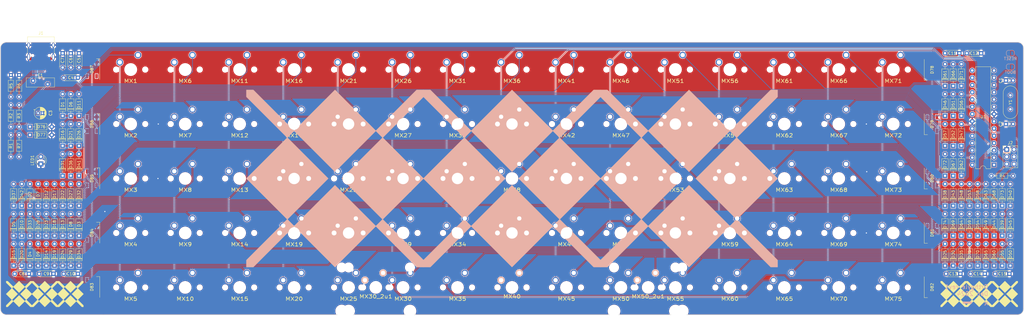
<source format=kicad_pcb>
(kicad_pcb (version 20240108) (generator "pcbnew") (generator_version "8.0")
  (title_block (title "Orthgyle") (date "2024-12-28") (rev "1"))
  (layers (0 "F.Cu" signal) (31 "B.Cu" signal) (34 "B.Paste" user) (35 "F.Paste" user) (36 "B.SilkS" user "B.Silkscreen") (37 "F.SilkS" user "F.Silkscreen") (38 "B.Mask" user) (39 "F.Mask" user) (44 "Edge.Cuts" user))
  (net 0 "")
  (net 1 "+5V")
  (net 2 "GND")
  (net 3 "/ROW0")
  (net 4 "/ROW1")
  (net 5 "/ROW2")
  (net 6 "/ROW3")
  (net 7 "/ROW4")
  (net 8 "Net-(U1-XTAL2{slash}PB7)")
  (net 9 "/RESET")
  (net 10 "Net-(U1-XTAL1{slash}PB6)")
  (net 11 "/USB_D+")
  (net 12 "/USB_D-")
  (net 13 "/COL3")
  (net 14 "/COL0")
  (net 15 "/COL1")
  (net 16 "/COL2")
  (net 17 "/COL4")
  (net 18 "/COL5")
  (net 19 "Net-(D1-A)")
  (net 20 "Net-(D2-A)")
  (net 21 "Net-(D3-A)")
  (net 22 "Net-(D4-A)")
  (net 23 "Net-(D5-A)")
  (net 24 "Net-(D11-A)")
  (net 25 "Net-(D12-A)")
  (net 26 "Net-(D13-A)")
  (net 27 "Net-(D14-A)")
  (net 28 "Net-(D15-A)")
  (net 29 "Net-(D21-A)")
  (net 30 "Net-(D22-A)")
  (net 31 "Net-(D23-A)")
  (net 32 "Net-(D24-A)")
  (net 33 "Net-(D25-A)")
  (net 34 "Net-(D31-A)")
  (net 35 "Net-(D32-A)")
  (net 36 "Net-(D33-A)")
  (net 37 "Net-(D34-A)")
  (net 38 "Net-(D35-A)")
  (net 39 "Net-(D36-K)")
  (net 40 "Net-(D37-K)")
  (net 41 "Net-(D38-K)")
  (net 42 "Net-(D39-K)")
  (net 43 "Net-(D40-K)")
  (net 44 "Net-(D46-K)")
  (net 45 "Net-(D47-K)")
  (net 46 "Net-(D48-K)")
  (net 47 "Net-(D49-K)")
  (net 48 "Net-(D50-K)")
  (net 49 "Net-(D56-K)")
  (net 50 "Net-(D57-K)")
  (net 51 "Net-(D58-K)")
  (net 52 "Net-(D59-K)")
  (net 53 "Net-(D60-K)")
  (net 54 "/LED1")
  (net 55 "/LED2")
  (net 56 "Net-(D66-K)")
  (net 57 "Net-(D67-K)")
  (net 58 "Net-(D68-K)")
  (net 59 "Net-(D69-K)")
  (net 60 "Net-(D70-K)")
  (net 61 "Net-(J3-Pin_1)")
  (net 62 "Net-(J1-CC2)")
  (net 63 "Net-(J1-CC1)")
  (net 64 "Net-(LED1-A)")
  (net 65 "Net-(U1-PD5)")
  (net 69 "Net-(D76-K)")
  (net 70 "Net-(D77-K)")
  (net 71 "Net-(D78-DOUT)")
  (net 72 "Net-(D79-DOUT)")
  (net 73 "Net-(D80-DOUT)")
  (net 74 "Net-(D81-DOUT)")
  (net 75 "Net-(D83-DOUT)")
  (net 76 "Net-(D84-DOUT)")
  (net 77 "Net-(D85-DOUT)")
  (net 78 "Net-(D86-DOUT)")
  (net 80 "/COL6")
  (net 81 "/COL7")
  (net 82 "Net-(D82-DOUT)")
  (net 83 "Net-(D6-A)")
  (net 84 "Net-(D7-A)")
  (net 85 "Net-(D8-A)")
  (net 86 "Net-(D10-A)")
  (net 87 "Net-(D16-A)")
  (net 88 "Net-(D17-A)")
  (net 89 "Net-(D18-A)")
  (net 90 "Net-(D19-A)")
  (net 91 "Net-(D20-A)")
  (net 92 "Net-(D26-A)")
  (net 93 "Net-(D27-A)")
  (net 94 "Net-(D28-A)")
  (net 95 "Net-(D29-A)")
  (net 96 "Net-(D30-A)")
  (net 97 "Net-(D41-K)")
  (net 98 "Net-(D42-K)")
  (net 99 "Net-(D43-K)")
  (net 100 "Net-(D44-K)")
  (net 101 "Net-(D45-K)")
  (net 102 "Net-(D51-K)")
  (net 103 "Net-(D52-K)")
  (net 104 "Net-(D53-K)")
  (net 105 "Net-(D54-K)")
  (net 106 "Net-(D55-K)")
  (net 107 "Net-(D61-K)")
  (net 108 "Net-(D62-K)")
  (net 109 "Net-(D63-K)")
  (net 110 "Net-(D64-K)")
  (net 111 "Net-(D65-K)")
  (net 112 "Net-(D71-K)")
  (net 113 "Net-(D72-K)")
  (net 114 "Net-(D73-K)")
  (net 115 "Net-(D74-K)")
  (net 116 "Net-(D75-K)")
  (net 117 "Net-(D9-A)")
  (footprint "Diode_THT:D_DO-35_SOD27_P7.62mm_Horizontal" (layer "F.Cu") (at 36.314947 172.522159 90)
    (property "Reference" "D15")
    (property "Value" "1N4148")
  )
  (footprint "Orthgyle:MX" (layer "F.Cu") (at 210.622447 161.092159)
    (property "Reference" "MX39")
    (property "Value" "SW_Push" (hide yes))
  )
  (footprint "Diode_THT:D_DO-35_SOD27_P7.62mm_Horizontal" (layer "F.Cu") (at 376.357447 162.044659 90)
    (property "Reference" "D49")
    (property "Value" "1N4148")
  )
  (footprint "Orthgyle:MX" (layer "F.Cu") (at 191.572447 161.092159)
    (property "Reference" "MX34")
    (property "Value" "SW_Push" (hide yes))
  )
  (footprint "Orthgyle:MX" (layer "F.Cu") (at 153.472447 161.092159)
    (property "Reference" "MX24")
    (property "Value" "SW_Push" (hide yes))
  )
  (footprint "Orthgyle:MX" (layer "F.Cu") (at 286.822447 180.142159)
    (property "Reference" "MX60")
    (property "Value" "SW_Push" (hide yes))
  )
  (footprint "Diode_THT:D_DO-35_SOD27_P7.62mm_Horizontal" (layer "F.Cu") (at 47.744947 172.522159 90)
    (property "Reference" "D14")
    (property "Value" "1N4148")
  )
  (footprint "Diode_THT:D_DO-35_SOD27_P7.62mm_Horizontal" (layer "F.Cu") (at 367.784947 109.657159 90)
    (property "Reference" "D71")
    (property "Value" "1N4148")
  )
  (footprint "Orthgyle:MX" (layer "F.Cu") (at 286.822447 161.092159)
    (property "Reference" "MX59")
    (property "Value" "SW_Push" (hide yes))
  )
  (footprint "Diode_THT:D_DO-35_SOD27_P7.62mm_Horizontal" (layer "F.Cu") (at 44.887447 151.567159 90)
    (property "Reference" "D7")
    (property "Value" "1N4148")
  )
  (footprint "Diode_THT:D_DO-35_SOD27_P7.62mm_Horizontal" (layer "F.Cu") (at 370.642447 172.522159 90)
    (property "Reference" "D75")
    (property "Value" "1N4148")
  )
  (footprint "Orthgyle:MX" (layer "F.Cu") (at 77.272447 142.042159)
    (property "Reference" "MX3")
    (property "Value" "SW_Push" (hide yes))
  )
  (footprint "Diode_THT:D_DO-35_SOD27_P7.62mm_Horizontal" (layer "F.Cu") (at 47.744947 151.567159 90)
    (property "Reference" "D12")
    (property "Value" "1N4148")
  )
  (footprint "Diode_THT:D_DO-35_SOD27_P7.62mm_Horizontal" (layer "F.Cu") (at 59.174947 120.134659 90)
    (property "Reference" "D11")
    (property "Value" "1N4148")
  )
  (footprint "Capacitor_THT:C_Disc_D4.3mm_W1.9mm_P5.00mm" (layer "F.Cu") (at 59.174947 103.227159 90)
    (property "Reference" "C5")
    (property "Value" "100n")
  )
  (footprint "Orthgyle:Argyle" (layer "F.Cu") (at 47.222447 189.447159)
    (property "Reference" "REF**" (hide yes))
    (property "Value" "Argyle")
  )
  (footprint "Diode_THT:D_DO-35_SOD27_P7.62mm_Horizontal" (layer "F.Cu") (at 384.929947 162.044659 90)
    (property "Reference" "D45")
    (property "Value" "1N4148")
  )
  (footprint "LED_SMD:LED_WS2812B_PLCC4_5.0x5.0mm_P3.2mm" (layer "F.Cu") (at 357.562447 123.042159 -90)
    (property "Reference" "D79")
    (property "Value" "WS2812B")
  )
  (footprint "Diode_THT:D_DO-35_SOD27_P7.62mm_Horizontal" (layer "F.Cu") (at 53.459947 141.089659 90)
    (property "Reference" "D31")
    (property "Value" "1N4148")
  )
  (footprint "Diode_THT:D_DO-35_SOD27_P7.62mm_Horizontal" (layer "F.Cu") (at 47.744947 162.044659 90)
    (property "Reference" "D23")
    (property "Value" "1N4148")
  )
  (footprint "Diode_THT:D_DO-35_SOD27_P7.62mm_Horizontal" (layer "F.Cu") (at 39.172447 172.522159 90)
    (property "Reference" "D20")
    (property "Value" "1N4148")
  )
  (footprint "Orthgyle:MX" (layer "F.Cu") (at 248.722447 180.142159)
    (property "Reference" "MX50")
    (property "Value" "SW_Push" (hide yes))
  )
  (footprint "Diode_THT:D_DO-35_SOD27_P7.62mm_Horizontal" (layer "F.Cu") (at 364.927447 151.567159 90)
    (property "Reference" "D43")
    (property "Value" "1N4148")
  )
  (footprint "Diode_THT:D_DO-35_SOD27_P7.62mm_Horizontal" (layer "F.Cu") (at 362.069947 120.134659 90)
    (property "Reference" "D46")
    (property "Value" "1N4148")
  )
  (footprint "Capacitor_THT:C_Disc_D4.3mm_W1.9mm_P5.00mm" (layer "F.Cu") (at 370.999947 175.379659)
    (property "Reference" "C14")
    (property "Value" "1uF")
  )
  (footprint "Orthgyle:MX" (layer "F.Cu") (at 134.422447 142.042159)
    (property "Reference" "MX18")
    (property "Value" "SW_Push" (hide yes))
  )
  (footprint "Capacitor_THT:C_Disc_D3.0mm_W1.6mm_P2.50mm" (layer "F.Cu") (at 385.882447 107.752159 180)
    (property "Reference" "C1")
    (property "Value" "22p")
  )
  (footprint "Orthgyle:MX" (layer "F.Cu") (at 115.372447 142.042159)
    (property "Reference" "MX13")
    (property "Value" "SW_Push" (hide yes))
  )
  (footprint "Diode_THT:D_DO-35_SOD27_P7.62mm_Horizontal" (layer "F.Cu") (at 59.174947 151.567159 90)
    (property "Reference" "D32")
    (property "Value" "1N4148")
  )
  (footprint "Diode_THT:D_DO-35_SOD27_P7.62mm_Horizontal" (layer "F.Cu") (at 42.029947 172.522159 90)
    (property "Reference" "D4")
    (property "Value" "1N4148")
  )
  (footprint "Orthgyle:MX_PCB_200H" (layer "F.Cu") (at 162.997447 180.142159)
    (property "Reference" "MX30_2u1")
    (property "Value" "SW_Push" (hide yes))
  )
  (footprint "Resistor_THT:R_Axial_DIN0204_L3.6mm_D1.6mm_P7.62mm_Horizontal" (layer "F.Cu") (at 35.362447 105.847159 -90)
    (property "Reference" "R5")
    (property "Value" "5.1k")
  )
  (footprint "Diode_THT:D_DO-35_SOD27_P7.62mm_Horizontal" (layer "F.Cu") (at 382.072447 162.044659 90)
    (property "Reference" "D39")
    (property "Value" "1N4148")
  )
  (footprint "Orthgyle:MX" (layer "F.Cu") (at 324.922447 103.942159)
    (property "Reference" "MX66")
    (property "Value" "SW_Push" (hide yes))
  )
  (footprint "Orthgyle:MX" (layer "F.Cu") (at 191.572447 122.992159)
    (property "Reference" "MX32")
    (property "Value" "SW_Push" (hide yes))
  )
  (footprint "LED_SMD:LED_WS2812B_PLCC4_5.0x5.0mm_P3.2mm" (layer "F.Cu") (at 357.562447 142.042159 -90)
    (property "Reference" "D80")
    (property "Value" "WS2812B")
  )
  (footprint "Orthgyle:MX" (layer "F.Cu") (at 248.722447 142.042159)
    (property "Reference" "MX48")
    (property "Value" "SW_Push" (hide yes))
  )
  (footprint "Orthgyle:MX" (layer "F.Cu") (at 248.722447 161.092159)
    (property "Reference" "MX49")
    (property "Value" "SW_Push" (hide yes))
  )
  (footprint "Diode_THT:D_DO-35_SOD27_P7.62mm_Horizontal" (layer "F.Cu") (at 373.499947 172.522159 90)
    (property "Reference" "D70")
    (property "Value" "1N4148")
  )
  (footprint "Diode_THT:D_DO-35_SOD27_P7.62mm_Horizontal" (layer "F.Cu") (at 53.459947 130.612159 90)
    (property "Reference" "D16")
    (property "Value" "1N4148")
  )
  (footprint "Orthgyle:MX" (layer "F.Cu") (at 172.522447 103.942159)
    (property "Reference" "MX26")
    (property "Value" "SW_Push" (hide yes))
  )
  (footprint "Diode_THT:D_DO-35_SOD27_P7.62mm_Horizontal" (layer "F.Cu") (at 364.927447 172.522159 90)
    (property "Reference" "D30")
    (property "Value" "1N4148")
  )
  (footprint "Orthgyle:MX" (layer "F.Cu") (at 115.372447 180.142159)
    (property "Reference" "MX15")
    (property "Value" "SW_Push" (hide yes))
  )
  (footprint "Orthgyle:MX" (layer "F.Cu") (at 229.672447 180.142159)
    (property "Reference" "MX45")
    (property "Value" "SW_Push" (hide yes))
  )
  (footprint "Capacitor_THT:C_Disc_D4.3mm_W1.9mm_P5.00mm" (layer "F.Cu") (at 53.459947 103.227159 90)
    (property "Reference" "C7")
    (property "Value" "1uF")
  )
  (footprint "Orthgyle:MX" (layer "F.Cu") (at 77.272447 180.142159)
    (property "Reference" "MX5")
    (property "Value" "SW_Push" (hide yes))
  )
  (footprint "Orthgyle:MX" (layer "F.Cu") (at 305.872447 180.142159)
    (property "Reference" "MX65")
    (property "Value" "SW_Push" (hide yes))
  )
  (footprint "Orthgyle:MX" (layer "F.Cu") (at 343.972447 103.942159)
    (property "Reference" "MX71")
    (property "Value" "SW_Push" (hide yes))
  )
  (footprint "Diode_THT:D_DO-35_SOD27_P7.62mm_Horizontal" (layer "F.Cu") (at 44.887447 172.522159 90)
    (property "Reference" "D9")
    (property "Value" "1N4148")
  )
  (footprint "Orthgyle:MX" (layer "F.Cu") (at 343.972447 142.042159)
    (property "Reference" "MX73")
    (property "Value" "SW_Push" (hide yes))
  )
  (footprint "Diode_THT:D_DO-35_SOD27_P7.62mm_Horizontal" (layer "F.Cu") (at 50.602447 162.044659 90)
    (property "Reference" "D18")
    (property "Value" "1N4148")
  )
  (footprint "Capacitor_THT:C_Disc_D4.3mm_W1.9mm_P5.00mm" (layer "F.Cu") (at 53.817447 106.799659)
    (property "Reference" "C4")
    (property "Value" "100n")
  )
  (footprint "Orthgyle:MX" (layer "F.Cu") (at 305.872447 103.942159)
    (property "Reference" "MX61")
    (property "Value" "SW_Push" (hide yes))
  )
  (footprint "LED_SMD:LED_WS2812B_PLCC4_5.0x5.0mm_P3.2mm" (layer "F.Cu") (at 63.682447 179.992159 90)
    (property "Reference" "D83")
    (property "Value" "WS2812B")
  )
  (footprint "Crystal:Crystal_HC49-4H_Vertical" (layer "F.Cu") (at 384.929947 117.822159 90)
    (property "Reference" "Y1")
    (property "Value" "16MHz")
  )
  (footprint "Orthgyle:MX" (layer "F.Cu") (at 191.572447 180.142159)
    (property "Reference" "MX35")
    (property "Value" "SW_Push" (hide yes))
  )
  (footprint "Diode_THT:D_DO-35_SOD27_P7.62mm_Horizontal" (layer "F.Cu") (at 44.887447 162.044659 90)
    (property "Reference" "D28")
    (property "Value" "1N4148")
  )
  (footprint "Diode_THT:D_DO-35_SOD27_P7.62mm_Horizontal" (layer "F.Cu") (at 53.459947 151.567159 90)
    (property "Reference" "D22")
    (property "Value" "1N4148")
  )
  (footprint "Diode_THT:D_DO-35_SOD27_P7.62mm_Horizontal" (layer "F.Cu") (at 362.069947 162.044659 90)
    (property "Reference" "D74")
    (property "Value" "1N4148")
  )
  (footprint "Orthgyle:MX" (layer "F.Cu") (at 153.472447 142.042159)
    (property "Reference" "MX23")
    (property "Value" "SW_Push" (hide yes))
  )
  (footprint "Orthgyle:MX" (layer "F.Cu") (at 248.722447 103.942159)
    (property "Reference" "MX46")
    (property "Value" "SW_Push" (hide yes))
  )
  (footprint "Orthgyle:MX" (layer "F.Cu") (at 210.622447 122.992159)
    (property "Reference" "MX37")
    (property "Value" "SW_Push" (hide yes))
  )
  (footprint "Diode_THT:D_DO-35_SOD27_P7.62mm_Horizontal" (layer "F.Cu") (at 36.314947 162.044659 90)
    (property "Reference" "D5")
    (property "Value" "1N4148")
  )
  (footprint "Diode_THT:D_DO-35_SOD27_P7.62mm_Horizontal" (layer "F.Cu") (at 362.069947 172.522159 90)
    (property "Reference" "D25")
    (property "Value" "1N4148")
  )
  (footprint "Capacitor_THT:C_Disc_D4.3mm_W1.9mm_P5.00mm" (layer "F.Cu") (at 362.069947 98.227159)
    (property "Reference" "C11")
    (property "Value" "1uF")
  )
  (footprint "Diode_THT:D_DO-35_SOD27_P7.62mm_Horizontal" (layer "F.Cu") (at 367.784947 162.044659 90)
    (property "Reference" "D64")
    (property "Value" "1N4148")
  )
  (footprint "Orthgyle:MX" (layer "F.Cu") (at 305.872447 122.992159)
    (property "Reference" "MX62")
    (property "Value" "SW_Push" (hide yes))
  )
  (footprint "Diode_THT:D_DO-35_SOD27_P7.62mm_Horizontal" (layer "F.Cu") (at 364.927447 120.134659 90)
    (property "Reference" "D51")
    (property "Value" "1N4148")
  )
  (footprint "Capacitor_THT:C_Disc_D4.3mm_W1.9mm_P5.00mm" (layer "F.Cu") (at 369.689947 98.227159)
    (property "Reference" "C12")
    (property "Value" "1uF")
  )
  (footprint "Resistor_THT:R_Axial_DIN0204_L3.6mm_D1.6mm_P7.62mm_Horizontal" (layer "F.Cu") (at 35.362447 134.422159 90)
    (property "Reference" "R1")
    (property "Value" "1.5k")
  )
  (footprint "Orthgyle:MX" (layer "F.Cu") (at 96.322447 103.942159)
    (property "Reference" "MX6")
    (property "Value" "SW_Push" (hide yes))
  )
  (footprint "Diode_THT:D_DO-35_SOD27_P7.62mm_Horizontal" (layer "F.Cu") (at 59.174947 172.522159 90)
    (property "Reference" "D34")
    (property "Value" "1N4148")
  )
  (footprint "Diode_THT:D_DO-35_SOD27_P7.62mm_Horizontal" (layer "F.Cu") (at 367.784947 141.089659 90)
    (property "Reference" "D62")
    (property "Value" "1N4148")
  )
  (footprint "Orthgyle:MX" (layer "F.Cu") (at 210.622447 142.042159)
    (property "Reference" "MX38")
    (property "Value" "SW_Push" (hide yes))
  )
  (footprint "Orthgyle:MX" (layer "F.Cu") (at 172.522447 161.092159)
    (property "Reference" "MX29")
    (property "Value" "SW_Push" (hide yes))
  )
  (footprint "Orthgyle:MX" (layer "F.Cu") (at 96.322447 161.092159)
    (property "Reference" "MX9")
    (property "Value" "SW_Push" (hide yes))
  )
  (footprint "Diode_THT:D_DO-35_SOD27_P7.62mm_Horizontal" (layer "F.Cu") (at 42.029947 126.802159)
    (property "Reference" "D77")
    (property "Value" "3.6V")
  )
  (footprint "Diode_THT:D_DO-35_SOD27_P7.62mm_Horizontal" (layer "F.Cu") (at 362.069947 130.612159 90)
    (property "Reference" "D57")
    (property "Value" "1N4148")
  )
  (footprint "LED_SMD:LED_WS2812B_PLCC4_5.0x5.0mm_P3.2mm" (layer "F.Cu") (at 63.682447 160.992159 90)
    (property "Reference" "D84")
    (property "Value" "WS2812B")
  )
  (footprint "Orthgyle:MX" (layer "F.Cu") (at 248.722447 122.992159)
    (property "Reference" "MX47")
    (property "Value" "SW_Push" (hide yes))
  )
  (footprint "Orthgyle:MX" (layer "F.Cu") (at 115.372447 103.942159)
    (property "Reference" "MX11")
    (property "Value" "SW_Push" (hide yes))
  )
  (footprint "Orthgyle:MX" (layer "F.Cu") (at 229.672447 142.042159)
    (property "Reference" "MX43")
    (property "Value" "SW_Push" (hide yes))
  )
  (footprint "Diode_THT:D_DO-35_SOD27_P7.62mm_Horizontal" (layer "F.Cu") (at 59.174947 162.044659 90)
    (property "Reference" "D3")
    (property "Value" "1N4148")
  )
  (footprint "Diode_THT:D_DO-35_SOD27_P7.62mm_Horizontal" (layer "F.Cu") (at 56.317447 151.567159 90)
    (property "Reference" "D27")
    (property "Value" "1N4148")
  )
  (footprint "Diode_THT:D_DO-35_SOD27_P7.62mm_Horizontal" (layer "F.Cu") (at 50.602447 151.567159 90)
    (property "Reference" "D17")
    (property "Value" "1N4148")
  )
  (footprint "Resistor_THT:R_Axial_DIN0204_L3.6mm_D1.6mm_P7.62mm_Horizontal" (layer "F.Cu") (at 38.219947 134.422159 90)
    (property "Reference" "R7")
    (property "Value" "1.5k")
  )
  (footprint "Orthgyle:MX" (layer "F.Cu") (at 153.472447 180.142159)
    (property "Reference" "MX25")
    (property "Value" "SW_Push" (hide yes))
  )
  (footprint "Orthgyle:MX" (layer "F.Cu") (at 343.972447 122.992159)
    (property "Reference" "MX72")
    (property "Value" "SW_Push" (hide yes))
  )
  (footprint "Connector_USB:USB_C_Receptacle_HRO_TYPE-C-31-M-12" (layer "F.Cu") (at 45.873697 96.419659 180)
    (property "Reference" "J1")
    (property "Value" "USB")
  )
  (footprint "LED_THT:LED_D3.0mm" (layer "F.Cu") (at 45.839947 136.962159 90)
    (property "Reference" "LED1")
    (property "Value" "RED")
  )
  (footprint "Diode_THT:D_DO-35_SOD27_P7.62mm_Horizontal" (layer "F.Cu") (at 42.029947 151.567159 90)
    (property "Reference" "D2")
    (property "Value" "1N4148")
  )
  (footprint "Diode_THT:D_DO-35_SOD27_P7.62mm_Horizontal" (layer "F.Cu") (at 362.069947 141.089659 90)
    (property "Reference" "D72")
    (property "Value" "1N4148")
  )
  (footprint "LED_SMD:LED_WS2812B_PLCC4_5.0x5.0mm_P3.2mm" (layer "F.Cu") (at 63.682447 103.792159 90)
    (property "Reference" "D87")
    (property "Value" "WS2812B")
  )
  (footprint "Orthgyle:MX" (layer "F.Cu") (at 229.672447 122.992159)
    (property "Reference" "MX42")
    (property "Value" "SW_Push" (hide yes))
  )
  (footprint "Orthgyle:MX" (layer "F.Cu") (at 191.572447 103.942159)
    (property "Reference" "MX31")
    (property "Value" "SW_Push" (hide yes))
  )
  (footprint "Diode_THT:D_DO-35_SOD27_P7.62mm_Horizontal" (layer "F.Cu") (at 379.214947 162.044659 90)
    (property "Reference" "D44")
    (property "Value" "1N4148")
  )
  (footprint "Orthgyle:MX" (layer "F.Cu") (at 77.272447 161.092159)
    (property "Reference" "MX4")
    (property "Value" "SW_Push" (hide yes))
  )
  (footprint "Diode_THT:D_DO-35_SOD27_P7.62mm_Horizontal" (layer "F.Cu") (at 376.357447 172.522159 90)
    (property "Reference" "D65")
    (property "Value" "1N4148")
  )
  (footprint "Diode_THT:D_DO-35_SOD27_P7.62mm_Horizontal" (layer "F.Cu") (at 364.927447 141.089659 90)
    (property "Reference" "D67")
    (property "Value" "1N4148")
  )
  (footprint "Diode_THT:D_DO-35_SOD27_P7.62mm_Horizontal" (layer "F.Cu") (at 59.174947 141.089659 90)
    (property "Reference" "D41")
    (property "Value" "1N4148")
  )
  (footprint "Diode_THT:D_DO-35_SOD27_P7.62mm_Horizontal" (layer "F.Cu") (at 56.317447 130.612159 90)
    (property "Reference" "D21")
    (property "Value" "1N4148")
  )
  (footprint "Diode_THT:D_DO-35_SOD27_P7.62mm_Horizontal" (layer "F.Cu") (at 370.642447 151.567159 90)
    (property "Reference" "D53")
    (property "Value" "1N4148")
  )
  (footprint "Capacitor_THT:C_Disc_D3.0mm_W1.6mm_P2.50mm" (layer "F.Cu") (at 385.882447 122.992159 180)
    (property "Reference" "C2")
    (property "Value" "22p")
  )
  (footprint "Orthgyle:MX" (layer "F.Cu") (at 172.522447 180.142159)
    (property "Reference" "MX30")
    (property "Value" "SW_Push" (hide yes))
  )
  (footprint "Orthgyle:MX" (layer "F.Cu") (at 267.772447 142.042159)
    (property "Reference" "MX53")
    (property "Value" "SW_Push" (hide yes))
  )
  (footprint "Diode_THT:D_DO-35_SOD27_P7.62mm_Horizontal" (layer "F.Cu") (at 50.602447 172.522159 90)
    (property "Reference" "D19")
    (property "Value" "1N4148")
  )
  (footprint "Orthgyle:MX" (layer "F.Cu") (at 286.822447 142.042159)
    (property "Reference" "MX58")
    (property "Value" "SW_Push" (hide yes))
  )
  (footprint "Diode_THT:D_DO-35_SOD27_P7.62mm_Horizontal" (layer "F.Cu") (at 382.072447 151.567159 90)
    (property "Reference" "D73")
    (property "Value" "1N4148")
  )
  (footprint "Diode_THT:D_DO-35_SOD27_P7.62mm_Horizontal" (layer "F.Cu") (at 370.642447 162.044659 90)
    (property "Reference" "D59")
    (property "Value" "1N4148")
  )
  (footprint "Capacitor_THT:C_Disc_D4.3mm_W1.9mm_P5.00mm" (layer "F.Cu") (at 45.244947 175.379659)
    (property "Reference" "C9")
    (property "Value" "1uF")
  )
  (footprint "Diode_THT:D_DO-35_SOD27_P7.62mm_Horizontal" (layer "F.Cu") (at 376.357447 151.567159 90)
    (property "Reference" "D63")
    (property "Value" "1N4148")
  )
  (footprint "Orthgyle:MX" (layer "F.Cu") (at 267.772447 161.092159)
    (property "Reference" "MX54")
    (property "Value" "SW_Push" (hide yes))
  )
  (footprint "Diode_THT:D_DO-35_SOD27_P7.62mm_Horizontal" (layer "F.Cu") (at 59.174947 130.612159 90)
    (property "Reference" "D26")
    (property "Value" "1N4148")
  )
  (footprint "Diode_THT:D_DO-35_SOD27_P7.62mm_Horizontal" (layer "F.Cu") (at 56.317447 141.089659 90)
    (property "Reference" "D36")
    (property "Value" "1N4148")
  )
  (footprint "Diode_THT:D_DO-35_SOD27_P7.62mm_Horizontal" (layer "F.Cu") (at 373.499947 151.567159 90)
    (property "Reference" "D58")
    (property "Value" "1N4148")
  )
  (footprint "Orthgyle:MX" (layer "F.Cu") (at 77.272447 103.942159)
    (property "Reference" "MX1")
    (property "Value" "SW_Push" (hide yes))
  )
  (footprint "Diode_THT:D_DO-35_SOD27_P7.62mm_Horizontal" (layer "F.Cu") (at 56.317447 172.522159 90)
    (property "Reference" "D29")
    (property "Value" "1N4148")
  )
  (footprint "LED_SMD:LED_WS2812B_PLCC4_5.0x5.0mm_P3.2mm" (layer "F.Cu") (at 357.562447 104.042159 -90)
    (property "Reference" "D78")
    (property "Value" "WS2812B")
  )
  (footprint "Diode_THT:D_DO-35_SOD27_P7.62mm_Horizontal" (layer "F.Cu") (at 39.172447 162.044659 90)
    (property "Reference" "D10")
    (property "Value" "1N4148")
  )
  (footprint "Diode_THT:D_DO-35_SOD27_P7.62mm_Horizontal" (layer "F.Cu") (at 364.927447 109.657159 90)
    (property "Reference" "D66")
    (property "Value" "1N4148")
  )
  (footprint "Orthgyle:MX" (layer "F.Cu") (at 115.372447 161.092159)
    (property "Reference" "MX14")
    (property "Value" "SW_Push" (hide yes))
  )
  (footprint "Orthgyle:MX_PCB_200H" (layer "F.Cu") (at 258.247447 180.142159)
    (property "Reference" "MX50_2u1")
    (property "Value" "SW_Push" (hide yes))
  )
  (footprint "Capacitor_THT:C_Disc_D4.3mm_W1.9mm_P5.00mm" (layer "F.Cu") (at 379.572447 175.379659)
    (property "Reference" "C15")
    (property "Value" "1uF")
  )
  (footprint "Diode_THT:D_DO-35_SOD27_P7.62mm_Horizontal" (layer "F.Cu") (at 362.069947 151.567159 90)
    (property "Reference" "D38")
    (property "Value" "1N4148")
  )
  (footprint "Diode_THT:D_DO-35_SOD27_P7.62mm_Horizontal" (layer "F.Cu") (at 56.317447 162.044659 90)
    (property "Reference" "D8")
    (property "Value" "1N4148")
  )
  (footprint "Resistor_THT:R_Axial_DIN0204_L3.6mm_D1.6mm_P7.62mm_Horizontal" (layer "F.Cu") (at 378.262447 141.089659)
    (property "Reference" "R4")
    (property "Value" "10k")
  )
  (footprint "Orthgyle:Argyle" (layer "F.Cu") (at 374.022447 189.447159)
    (property "Reference" "REF**" (hide yes))
    (property "Value" "Argyle")
  )
  (footprint "Diode_THT:D_DO-35_SOD27_P7.62mm_Horizontal" (layer "F.Cu") (at 373.499947 162.044659 90)
    (property "Reference" "D54")
    (property "Value" "1N4148")
  )
  (footprint "LED_SMD:LED_WS2812B_PLCC4_5.0x5.0mm_P3.2mm" (layer "F.Cu") (at 63.682447 141.992159 90)
    (property "Reference" "D85")
    (property "Value" "WS2812B")
  )
  (footprint "Diode_THT:D_DO-35_SOD27_P7.62mm_Horizontal" (layer "F.Cu") (at 367.784947 120.134659 90)
    (property "Reference" "D56")
    (property "Value" "1N4148")
  )
  (footprint "LED_SMD:LED_WS2812B_PLCC4_5.0x5.0mm_P3.2mm" (layer "F.Cu") (at 357.563711 161.042316 -90)
    (property "Reference" "D81")
    (property "Value" "WS2812B")
  )
  (footprint "Diode_THT:D_DO-35_SOD27_P7.62mm_Horizontal" (layer "F.Cu") (at 362.069947 109.657159 90)
    (property "Reference" "D61")
    (property "Value" "1N4148")
  )
  (footprint "Orthgyle:MX" (layer "F.Cu") (at 286.822447 103.942159)
    (property "Reference" "MX56")
    (property "Value" "SW_Push" (hide yes))
  )
  (footprint "Orthgyle:MX" (layer "F.Cu") (at 324.922447 180.142159)
    (property "Reference" "MX70")
    (property "Value" "SW_Push" (hide yes))
  )
  (footprint "Orthgyle:MX" (layer "F.Cu") (at 134.422447 161.092159)
    (property "Reference" "MX19")
    (property "Value" "SW_Push" (hide yes))
  )
  (footprint "Diode_THT:D_DO-35_SOD27_P7.62mm_Horizontal" (layer "F.Cu") (at 367.784947 172.522159 90)
    (property "Reference" "D35")
    (property "Value" "1N4148")
  )
  (footprint "Orthgyle:MX" (layer "F.Cu") (at 267.772447 122.992159)
    (property "Reference" "MX52")
    (property "Value" "SW_Push" (hide yes))
  )
  (footprint "Orthgyle:MX" (layer "F.Cu") (at 267.772447 180.142159)
    (property "Reference" "MX55")
    (property "Value" "SW_Push" (hide yes))
  )
  (footprint "Orthgyle:MX" (layer "F.Cu") (at 324.922447 161.092159)
    (property "Reference" "MX69")
    (property "Value" "SW_Push" (hide yes))
  )
  (footprint "Orthgyle:MX" (layer "F.Cu") (at 229.672447 103.942159)
    (property "Reference" "MX41")
    (property "Value" "SW_Push" (hide yes))
  )
  (footprint "Orthgyle:MX" (layer "F.Cu") (at 267.772447 103.942159)
    (property "Reference" "MX51")
    (property "Value" "SW_Push" (hide yes))
  )
  (footprint "Diode_THT:D_DO-35_SOD27_P7.62mm_Horizontal" (layer "F.Cu") (at 364.927447 162.044659 90)
    (property "Reference" "D69")
    (property "Value" "1N4148")
  )
  (footprint "Orthgyle:MX" (layer "F.Cu") (at 210.622447 103.942159)
    (property "Reference" "MX36")
    (property "Value" "SW_Push" (hide yes))
  )
  (footprint "Orthgyle:MX" (layer "F.Cu") (at 191.572447 142.042159)
    (property "Reference" "MX33")
    (property "Value" "SW_Push" (hide yes))
  )
  (footprint "Orthgyle:MX" (layer "F.Cu") (at 229.672447 161.092159)
    (property "Reference" "MX44")
    (property "Value" "SW_Push" (hide yes))
  )
  (footprint "Orthgyle:MX" (layer "F.Cu") (at 96.322447 122.992159)
    (property "Reference" "MX7")
    (property "Value" "SW_Push" (hide yes))
  )
  (footprint "Capacitor_THT:C_Disc_D4.3mm_W1.9mm_P5.00mm" (layer "F.Cu") (at 36.672447 175.379659)
    (property "Reference" "C8")
    (property "Value" "1uF")
  )
  (footprint "Orthgyle:MX" (layer "F.Cu") (at 115.372447 122.992159)
    (property "Reference" "MX12")
    (property "Value" "SW_Push" (hide yes))
  )
  (footprint "Diode_THT:D_DO-35_SOD27_P7.62mm_Horizontal" (layer "F.Cu") (at 382.072447 172.522159 90)
    (property "Reference" "D55")
    (property "Value" "1N4148")
  )
  (footprint "Diode_THT:D_DO-35_SOD27_P7.62mm_Horizontal" (layer "F.Cu") (at 379.214947 151.567159 90)
    (property "Reference" "D68")
    (property "Value" "1N4148")
  )
  (footprint "Orthgyle:MX_PCB_700H" (layer "F.Cu") (at 210.622447 180.142159)
    (property "Reference" "MX40")
    (property "Value" "SW_Push" (hide yes))
  )
  (footprint "Diode_THT:D_DO-35_SOD27_P7.62mm_Horizontal" (layer "F.Cu") (at 53.459947 172.522159 90)
    (property "Reference" "D24")
    (property "Value" "1N4148")
  )
  (footprint "Orthgyle:MX" (layer "F.Cu") (at 96.322447 180.142159)
    (property "Reference" "MX10")
    (property "Value" "SW_Push" (hide yes))
  )
  (footprint "Fuse:Fuse_Bourns_MF-RHT100" (layer "F.Cu") (at 43.121155 107.862108)
    (property "Reference" "F1")
    (property "Value" "100mA")
  )
  (footprint "Resistor_THT:R_Axial_DIN0204_L3.6mm_D1.6mm_P7.62mm_Horizontal" (layer "F.Cu") (at 35.362447 123.944659 90)
    (property "Reference" "R2")
    (property "Value" "75R")
  )
  (footprint "Capacitor_THT:C_Disc_D4.3mm_W1.9mm_P5.00mm" (layer "F.Cu") (at 362.427447 175.379659)
    (property "Reference" "C13")
    (property "Value" "1uF")
  )
  (footprint "Orthgyle:MX" (layer "F.Cu") (at 305.872447 142.042159)
    (property "Reference" "MX63")
    (property "Value" "SW_Push" (hide yes))
  )
  (footprint "Connector_PinHeader_2.54mm:PinHeader_2x03_P2.54mm_Vertical" (layer "F.Cu") (at 383.654947 131.897159)
    (property "Reference" "J2")
    (property "Value" "AVR_ISP_6")
  )
  (footprint "Orthgyle:MX" (layer "F.Cu") (at 153.472447 103.942159)
    (property "Reference" "MX21")
    (property "Value" "SW_Push" (hide yes))
  )
  (footprint "LED_SMD:LED_WS2812B_PLCC4_5.0x5.0mm_P3.2mm" (layer "F.Cu") (at 357.562447 180.042159 -90)
    (property "Reference" "D82")
    (property "Value" "WS2812B")
  )
  (footprint "Diode_THT:D_DO-35_SOD27_P7.62mm_Horizontal" (layer "F.Cu") (at 53.459947 120.134659 90)
    (property "Reference" "D1")
    (property "Value" "1N4148")
  )
  (footprint "Resistor_THT:R_Axial_DIN0204_L3.6mm_D1.6mm_P7.62mm_Horizontal" (layer "F.Cu") (at 38.219947 123.944659 90)
    (property "Reference" "R3")
    (property "Value" "75R")
  )
  (footprint "Diode_THT:D_DO-35_SOD27_P7.62mm_Horizontal" (layer "F.Cu") (at 42.029947 123.944659)
    (property "Reference" "D76")
    (property "Value" "3.6V")
  )
  (footprint "Orthgyle:MX" (layer "F.Cu") (at 324.922447 142.042159)
    (property "Reference" "MX68")
    (property "Value" "SW_Push" (hide yes))
  )
  (footprint "Orthgyle:MX" (layer "F.Cu") (at 77.272447 122.992159)
    (property "Reference" "MX2")
    (property "Value" "SW_Push" (hide yes))
  )
  (footprint "Diode_THT:D_DO-35_SOD27_P7.62mm_Horizontal" (layer "F.Cu") (at 384.929947 151.567159 90)
    (property "Reference" "D40")
    (property "Value" "1N4148")
  )
  (footprint "Diode_THT:D_DO-35_SOD27_P7.62mm_Horizontal" (layer "F.Cu") (at 384.929947 172.522159 90)
    (property "Reference" "D50")
    (property "Value" "1N4148")
  )
  (footprint "Orthgyle:MX" (layer "F.Cu") (at 153.472447 122.992159)
    (property "Reference" "MX22")
    (property "Value" "SW_Push" (hide yes))
  )
  (footprint "Diode_THT:D_DO-35_SOD27_P7.62mm_Horizontal" (layer "F.Cu") (at 36.314947 151.567159 90)
    (property "Reference" "D37")
    (property "Value" "1N4148")
  )
  (footprint "Orthgyle:MX" (layer "F.Cu") (at 172.522447 142.042159)
    (property "Reference" "MX28")
    (property "Value" "SW_Push" (hide yes))
  )
  (footprint "Package_DIP:DIP-28_W7.62mm" (layer "F.Cu") (at 379.214947 137.279659 180)
    (property "Reference" "U1")
    (property "Value" "ATMEGA328-PU")
  )
  (footprint "Capacitor_THT:C_Disc_D4.3mm_W1.9mm_P5.00mm" (layer "F.Cu") (at 56.317447 103.227159 90)
    (property "Reference" "C6")
    (property "Value" "1uF")
  )
  (footprint "Diode_THT:D_DO-35_SOD27_P7.62mm_Horizontal" (layer "F.Cu") (at 42.029947 162.044659 90)
    (property "Reference" "D33")
    (property "Value" "1N4148")
  )
  (footprint "Diode_THT:D_DO-35_SOD27_P7.62mm_Horizontal" (layer "F.Cu") (at 39.172447 151.567159 90)
    (property "Reference" "D42")
    (property "Value" "1N4148")
  )
  (footprint "Orthgyle:MX" (layer "F.Cu") (at 134.422447 180.142159)
    (property "Reference" "MX20")
    (property "Value" "SW_Push" (hide yes))
  )
  (footprint "Orthgyle:MX" (layer "F.Cu") (at 343.972447 161.092159)
    (property "Reference" "MX74")
    (property "Value" "SW_Push" (hide yes))
  )
  (footprint "Capacitor_THT:C_Disc_D4.3mm_W1.9mm_P5.00mm" (layer "F.Cu") (at 53.817447 175.379659)
    (property "Reference" "C10")
    (property "Value" "1uF")
  )
  (footprint "Resistor_THT:R_Axial_DIN0204_L3.6mm_D1.6mm_P7.62mm_Horizontal" (layer "F.Cu") (at 38.219947 105.847159 -90)
    (property "Reference" "R6")
    (property "Value" "5.1k")
  )
  (footprint "Orthgyle:MX" (layer "F.Cu") (at 134.422447 103.942159)
    (property "Reference" "MX16")
    (property "Value" "SW_Push" (hide yes))
  )
  (footprint "Diode_THT:D_DO-35_SOD27_P7.62mm_Horizontal" (layer "F.Cu") (at 364.927447 130.612159 90)
    (property "Reference" "D52")
    (property "Value" "1N4148")
  )
  (footprint "Diode_THT:D_DO-35_SOD27_P7.62mm_Horizontal" (layer "F.Cu") (at 53.459947 162.044659 90)
    (property "Reference" "D13")
    (property "Value" "1N4148")
  )
  (footprint "Orthgyle:MX" (layer "F.Cu") (at 305.872447 161.092159)
    (property "Reference" "MX64")
    (property "Value" "SW_Push" (hide yes))
  )
  (footprint "Diode_THT:D_DO-35_SOD27_P7.62mm_Horizontal" (layer "F.Cu") (at 379.214947 172.522159 90)
    (property "Reference" "D60")
    (property "Value" "1N4148")
  )
  (footprint "LED_SMD:LED_WS2812B_PLCC4_5.0x5.0mm_P3.2mm" (layer "F.Cu") (at 63.682447 122.992159 90)
    (property "Reference" "D86")
    (property "Value" "WS2812B")
  )
  (footprint "Orthgyle:MX" (layer "F.Cu") (at 343.972447 180.142159)
    (property "Reference" "MX75")
    (property "Value" "SW_Push" (hide yes))
  )
  (footprint "Capacitor_THT:CP_Radial_D4.0mm_P1.50mm" (layer "F.Cu") (at 44.887447 119.182463)
    (property "Reference" "C3")
    (property "Value" "4.7u")
  )
  (footprint "Diode_THT:D_DO-35_SOD27_P7.62mm_Horizontal" (layer "F.Cu") (at 367.784947 130.612159 90)
    (property "Reference" "D47")
    (property "Value" "1N4148")
  )
  (footprint "Orthgyle:MX" (layer "F.Cu") (at 324.922447 122.992159)
    (property "Reference" "MX67")
    (property "Value" "SW_Push" (hide yes))
  )
  (footprint "Orthgyle:MX" (layer "F.Cu") (at 134.422447 122.992159)
    (property "Reference" "MX17")
    (property "Value" "SW_Push" (hide yes))
  )
  (footprint "Orthgyle:MX" (layer "F.Cu") (at 172.522447 122.992159)
    (property "Reference" "MX27")
    (property "Value" "SW_Push" (hide yes))
  )
  (footprint "Diode_THT:D_DO-35_SOD27_P7.62mm_Horizontal" (layer "F.Cu") (at 367.784947 151.567159 90)
    (property "Reference" "D48")
    (property "Value" "1N4148")
  )
  (footprint "Diode_THT:D_DO-35_SOD27_P7.62mm_Horizontal" (layer "F.Cu") (at 56.317447 120.134659 90)
    (property "Reference" "D6")
    (property "Value" "1N4148")
  )
  (footprint "Orthgyle:MX" (layer "F.Cu") (at 286.822447 122.992159)
    (property "Reference" "MX57")
    (property "Value" "SW_Push" (hide yes))
  )
  (footprint "Orthgyle:MX" (layer "F.Cu") (at 96.322447 142.042159)
    (property "Reference" "MX8")
    (property "Value" "SW_Push" (hide yes))
  )
  (footprint "Jumper:SolderJumper-2_P1.3mm_Open_RoundedPad1.0x1.5mm" (layer "B.Cu") (at 384.929947 98.227159 180)
    (property "Reference" "RESET1" (hide yes))
    (property "Value" "RESET")
  )
  (footprint "Jumper:SolderJumper-2_P1.3mm_Open_RoundedPad1.0x1.5mm" (layer "B.Cu") (at 384.929947 102.989659 180)
    (property "Reference" "BOOT1" (hide yes))
    (property "Value" "BOOT")
  )
  (footprint "Orthgyle:OSHW" (layer "B.Cu") (at 382.430996 183.000231 180)
    (property "Reference" "REF**" (hide yes))
    (property "Value" "OSHW" (hide yes))
  )
  (footprint "Orthgyle:Flags" (layer "B.Cu") (at 369.967822 185.857743 180)
    (property "Reference" "REF**" (hide yes))
    (property "Value" "flags")
  )
  (gr_poly (pts (xy 134.422447 125.373409) (xy 148.709947 111.085909) (xy 162.997447 125.373409) (xy 148.709947 139.660909)) (stroke (width 0.15)) (fill solid) (layer "B.SilkS"))
  (gr_poly (pts (xy 196.334947 158.710909) (xy 182.047447 172.998409) (xy 179.666197 172.998409) (xy 179.666197 170.617159) (xy 193.953697 156.329659)) (stroke (width 0.15)) (fill solid) (layer "B.SilkS"))
  (gr_poly (pts (xy 289.203697 156.329659) (xy 303.491197 170.617159) (xy 303.491197 172.998409) (xy 301.109947 172.998409) (xy 286.822447 158.710909)) (stroke (width 0.15)) (fill solid) (layer "B.SilkS"))
  (gr_poly (pts (xy 134.422447 158.710909) (xy 148.709947 144.423409) (xy 162.997447 158.710909) (xy 148.709947 172.998409)) (stroke (width 0.15)) (fill solid) (layer "B.SilkS"))
  (gr_poly (pts (xy 213.003697 142.042159) (xy 227.291197 127.754659) (xy 241.578697 142.042159) (xy 227.291197 156.329659)) (stroke (width 0.15)) (fill solid) (layer "B.SilkS"))
  (gr_poly (pts (xy 117.753697 142.042159) (xy 132.041197 127.754659) (xy 146.328697 142.042159) (xy 132.041197 156.329659)) (stroke (width 0.15)) (fill solid) (layer "B.SilkS"))
  (gr_poly (pts (xy 274.916197 142.042159) (xy 289.203697 127.754659) (xy 303.491197 142.042159) (xy 289.203697 156.329659)) (stroke (width 0.15)) (fill solid) (layer "B.SilkS"))
  (gr_poly (pts (xy 224.909947 125.373409) (xy 239.197447 111.085909) (xy 241.578697 111.085909) (xy 241.578697 113.467159) (xy 227.291197 127.754659)) (stroke (width 0.15)) (fill solid) (layer "B.SilkS"))
  (gr_poly (pts (xy 286.822447 125.373409) (xy 301.109947 111.085909) (xy 303.491197 111.085909) (xy 303.491197 113.467159) (xy 289.203697 127.754659)) (stroke (width 0.15)) (fill solid) (layer "B.SilkS"))
  (gr_poly (pts (xy 165.378697 156.329659) (xy 179.666197 170.617159) (xy 179.666197 172.998409) (xy 177.284947 172.998409) (xy 162.997447 158.710909)) (stroke (width 0.15)) (fill solid) (layer "B.SilkS"))
  (gr_poly (pts (xy 179.666197 142.042159) (xy 193.953697 127.754659) (xy 208.241197 142.042159) (xy 193.953697 156.329659)) (stroke (width 0.15)) (fill solid) (layer "B.SilkS"))
  (gr_poly (pts (xy 258.247447 158.710909) (xy 272.534947 144.423409) (xy 286.822447 158.710909) (xy 272.534947 172.998409)) (stroke (width 0.15)) (fill solid) (layer "B.SilkS"))
  (gr_poly (pts (xy 151.091197 142.042159) (xy 165.378697 127.754659) (xy 179.666197 142.042159) (xy 165.378697 156.329659)) (stroke (width 0.15)) (fill solid) (layer "B.SilkS"))
  (gr_poly (pts (xy 227.291197 156.329659) (xy 241.578697 170.617159) (xy 241.578697 172.998409) (xy 239.197447 172.998409) (xy 224.909947 158.710909)) (stroke (width 0.15)) (fill solid) (layer "B.SilkS"))
  (gr_poly (pts (xy 258.247447 158.710909) (xy 243.959947 172.998409) (xy 241.578697 172.998409) (xy 241.578697 170.617159) (xy 255.866197 156.329659)) (stroke (width 0.15)) (fill solid) (layer "B.SilkS"))
  (gr_poly (pts (xy 196.334947 158.710909) (xy 210.622447 144.423409) (xy 224.909947 158.710909) (xy 210.622447 172.998409)) (stroke (width 0.15)) (fill solid) (layer "B.SilkS"))
  (gr_poly (pts (xy 134.422447 158.710909) (xy 120.134947 172.998409) (xy 117.753697 172.998409) (xy 117.753697 170.617159) (xy 132.041197 156.329659)) (stroke (width 0.15)) (fill solid) (layer "B.SilkS"))
  (gr_poly (pts (xy 196.334947 125.373409) (xy 210.622447 111.085909) (xy 224.909947 125.373409) (xy 210.622447 139.660909)) (stroke (width 0.15)) (fill solid) (layer "B.SilkS"))
  (gr_poly (pts (xy 241.578697 142.042159) (xy 255.866197 127.754659) (xy 270.153697 142.042159) (xy 255.866197 156.329659)) (stroke (width 0.15)) (fill solid) (layer "B.SilkS"))
  (gr_poly (pts (xy 255.866197 127.754659) (xy 241.578697 113.467159) (xy 241.578697 111.085909) (xy 243.959947 111.085909) (xy 258.247447 125.373409)) (stroke (width 0.15)) (fill solid) (layer "B.SilkS"))
  (gr_poly (pts (xy 162.997447 125.373409) (xy 177.284947 111.085909) (xy 179.666197 111.085909) (xy 179.666197 113.467159) (xy 165.378697 127.754659)) (stroke (width 0.15)) (fill solid) (layer "B.SilkS"))
  (gr_poly (pts (xy 258.247447 125.373409) (xy 272.534947 111.085909) (xy 286.822447 125.373409) (xy 272.534947 139.660909)) (stroke (width 0.15)) (fill solid) (layer "B.SilkS"))
  (gr_poly (pts (xy 132.041197 127.754659) (xy 117.753697 113.467159) (xy 117.753697 111.085909) (xy 120.134947 111.085909) (xy 134.422447 125.373409)) (stroke (width 0.15)) (fill solid) (layer "B.SilkS"))
  (gr_poly (pts (xy 193.953697 127.754659) (xy 179.666197 113.467159) (xy 179.666197 111.085909) (xy 182.047447 111.085909) (xy 196.334947 125.373409)) (stroke (width 0.15)) (fill solid) (layer "B.SilkS"))
  (gr_line (start 67.747447 189.667159) (end 33.747447 189.667159) (stroke (width 0.15)) (layer "Edge.Cuts"))
  (gr_arc (start 33.747447 189.667159) (mid 32.333233 189.081373) (end 31.747447 187.667159) (stroke (width 0.15)) (layer "Edge.Cuts"))
  (gr_line (start 353.497447 189.667159) (end 67.747447 189.667159) (stroke (width 0.15)) (layer "Edge.Cuts"))
  (gr_line (start 31.747447 96.417159) (end 31.747447 187.667159) (stroke (width 0.15)) (layer "Edge.Cuts"))
  (gr_line (start 67.747447 94.417159) (end 33.747447 94.417159) (stroke (width 0.15)) (layer "Edge.Cuts"))
  (gr_arc (start 387.497447 94.417159) (mid 388.911661 95.002945) (end 389.497447 96.417159) (stroke (width 0.15)) (layer "Edge.Cuts"))
  (gr_line (start 353.497447 94.417159) (end 387.497447 94.417159) (stroke (width 0.15)) (layer "Edge.Cuts"))
  (gr_line (start 389.497447 187.667159) (end 389.497447 96.417159) (stroke (width 0.15)) (layer "Edge.Cuts"))
  (gr_line (start 353.497447 189.667159) (end 387.497447 189.667159) (stroke (width 0.15)) (layer "Edge.Cuts"))
  (gr_arc (start 389.497447 187.667159) (mid 388.911661 189.081373) (end 387.497447 189.667159) (stroke (width 0.15)) (layer "Edge.Cuts"))
  (gr_line (start 353.497447 94.417159) (end 67.747447 94.417159) (stroke (width 0.15)) (layer "Edge.Cuts"))
  (gr_arc (start 31.747447 96.417159) (mid 32.333233 95.002945) (end 33.747447 94.417159) (stroke (width 0.15)) (layer "Edge.Cuts"))
  (gr_text "Orthgyle rev1\nDec 2024" (at 377.311287 179.071152 0) (layer "B.SilkS") (effects (font (size 1.5 1.5) (thickness 0.2)) (justify left top mirror)))
  (segment (start 46.673163 173.951443) (end 52.389231 173.951443) (width 0.25) (layer "F.Cu") (net 1))
  (segment (start 61.079958 164.484648) (end 62.072447 163.492159) (width 0.25) (layer "F.Cu") (net 1))
  (segment (start 360.285278 134.035709) (end 360.004341 133.754772) (width 0.2) (layer "F.Cu") (net 1))
  (segment (start 45.244947 175.379659) (end 46.673163 173.951443) (width 0.25) (layer "F.Cu") (net 1))
  (segment (start 360.829341 103.209053) (end 359.212447 101.592159) (width 0.25) (layer "F.Cu") (net 1))
  (segment (start 53.459947 103.227159) (end 56.317447 103.227159) (width 0.25) (layer "F.Cu") (net 1))
  (segment (start 53.817447 175.379659) (end 55.364726 173.83238) (width 0.25) (layer "F.Cu") (net 1))
  (segment (start 61.079959 143.499671) (end 61.079959 126.484647) (width 0.25) (layer "F.Cu") (net 1))
  (segment (start 62.072447 163.492159) (end 61.079959 162.499671) (width 0.25) (layer "F.Cu") (net 1))
  (segment (start 55.364726 173.83238) (end 60.127455 173.83238) (width 0.25) (layer "F.Cu") (net 1))
  (segment (start 61.079959 126.484647) (end 62.072447 125.492159) (width 0.25) (layer "F.Cu") (net 1))
  (segment (start 44.887447 112.395816) (end 44.887447 119.182463) (width 0.25) (layer "F.Cu") (net 1))
  (segment (start 44.648225 119.182463) (end 38.337886 125.492802) (width 0.25) (layer "F.Cu") (net 1))
  (segment (start 61.079959 162.499671) (end 61.079959 145.484647) (width 0.25) (layer "F.Cu") (net 1))
  (segment (start 360.047152 140.426864) (end 359.212447 139.592159) (width 0.2) (layer "F.Cu") (net 1))
  (segment (start 62.072447 182.492159) (end 60.127455 180.547167) (width 0.25) (layer "F.Cu") (net 1))
  (segment (start 360.004341 121.384053) (end 359.212447 120.592159) (width 0.2) (layer "F.Cu") (net 1))
  (segment (start 61.079959 124.499671) (end 61.079959 111.004671) (width 0.25) (layer "F.Cu") (net 1))
  (segment (start 358.462447 107.542159) (end 358.462447 102.342159) (width 0.2) (layer "F.Cu") (net 1))
  (segment (start 359.212447 120.592159) (end 360.004341 119.800265) (width 0.2) (layer "F.Cu") (net 1))
  (segment (start 360.047152 176.757454) (end 360.047152 159.426864) (width 0.2) (layer "F.Cu") (net 1))
  (segment (start 52.389231 173.951443) (end 53.817447 175.379659) (width 0.25) (layer "F.Cu") (net 1))
  (segment (start 53.817447 106.799659) (end 53.817447 103.584659) (width 0.25) (layer "F.Cu") (net 1))
  (segment (start 48.221155 109.062108) (end 44.887447 112.395816) (width 0.25) (layer "F.Cu") (net 1))
  (segment (start 48.221155 109.062108) (end 50.483604 106.799659) (width 0.25) (layer "F.Cu") (net 1))
  (segment (start 62.072447 144.492159) (end 61.079959 143.499671) (width 0.25) (layer "F.Cu") (net 1))
  (segment (start 36.671804 125.492802) (end 35.362447 126.802159) (width 0.25) (layer "F.Cu") (net 1))
  (segment (start 61.079959 145.484647) (end 62.072447 144.492159) (width 0.25) (layer "F.Cu") (net 1))
  (segment (start 56.874947 106.799659) (end 59.137396 109.062108) (width 0.25) (layer "F.Cu") (net 1))
  (segment (start 44.887447 119.182463) (end 44.648225 119.182463) (width 0.25) (layer "F.Cu") (net 1))
  (segment (start 364.25375 116.959659) (end 360.829341 113.53525) (width 0.25) (layer "F.Cu") (net 1))
  (segment (start 359.212447 177.592159) (end 360.047152 176.757454) (width 0.2) (layer "F.Cu") (net 1))
  (segment (start 61.079958 172.879877) (end 61.079958 164.484648) (width 0.25) (layer "F.Cu") (net 1))
  (segment (start 59.137396 109.062108) (end 61.957345 106.242159) (width 0.25) (layer "F.Cu") (net 1))
  (segment (start 360.047152 159.426864) (end 359.212447 158.592159) (width 0.2) (layer "F.Cu") (net 1))
  (segment (start 378.144231 173.951443) (end 379.572447 175.379659) (width 0.2) (layer "F.Cu") (net 1))
  (segment (start 360.047152 157.757454) (end 360.047152 140.426864) (width 0.2) (layer "F.Cu") (net 1))
  (segment (start 372.428163 173.951443) (end 378.144231 173.951443) (width 0.2) (layer "F.Cu") (net 1))
  (segment (start 60.127455 180.547167) (end 60.127455 173.83238) (width 0.25) (layer "F.Cu") (net 1))
  (segment (start 43.816731 173.951443) (end 45.244947 175.379659) (width 0.25) (layer "F.Cu") (net 1))
  (segment (start 359.212447 139.592159) (end 360.285278 138.519328) (width 0.2) (layer "F.Cu") (net 1))
  (segment (start 53.817447 106.799659) (end 56.874947 106.799659) (width 0.25) (layer "F.Cu") (net 1))
  (segment (start 363.855663 173.951443) (end 369.929381 173.951443) (width 0.2) (layer "F.Cu") (net 1))
  (segment (start 360.285278 138.519328) (end 360.285278 134.035709) (width 0.2) (layer "F.Cu") (net 1))
  (segment (start 359.212447 158.592159) (end 360.047152 157.757454) (width 0.2) (layer "F.Cu") (net 1))
  (segment (start 369.929381 173.951443) (end 370.999947 175.022009) (width 0.2) (layer "F.Cu") (net 1))
  (segment (start 359.212447 177.592159) (end 360.214947 177.592159) (width 0.2) (layer "F.Cu") (net 1))
  (segment (start 36.672447 175.379659) (end 38.100663 173.951443) (width 0.25) (layer "F.Cu") (net 1))
  (segment (start 360.004341 133.754772) (end 360.004341 121.384053) (width 0.2) (layer "F.Cu") (net 1))
  (segment (start 61.079959 111.004671) (end 59.137396 109.062108) (width 0.25) (layer "F.Cu") (net 1))
  (segment (start 371.594947 116.959659) (end 364.25375 116.959659) (width 0.25) (layer "F.Cu") (net 1))
  (segment (start 38.337886 125.492802) (end 36.671804 125.492802) (width 0.25) (layer "F.Cu") (net 1))
  (segment (start 360.829341 113.53525) (end 360.829341 103.209053) (width 0.25) (layer "F.Cu") (net 1))
  (segment (start 56.317447 103.227159) (end 59.174947 103.227159) (width 0.25) (layer "F.Cu") (net 1))
  (segment (start 360.004341 109.084053) (end 358.462447 107.542159) (width 0.2) (layer "F.Cu") (net 1))
  (segment (start 362.427447 175.379659) (end 363.855663 173.951443) (width 0.2) (layer "F.Cu") (net 1))
  (segment (start 370.999947 175.379659) (end 372.428163 173.951443) (width 0.2) (layer "F.Cu") (net 1))
  (segment (start 358.462447 102.342159) (end 359.212447 101.592159) (width 0.2) (layer "F.Cu") (net 1))
  (segment (start 360.214947 177.592159) (end 362.427447 175.379659) (width 0.2) (layer "F.Cu") (net 1))
  (segment (start 360.004341 119.800265) (end 360.004341 109.084053) (width 0.2) (layer "F.Cu") (net 1))
  (segment (start 60.127455 173.83238) (end 61.079958 172.879877) (width 0.25) (layer "F.Cu") (net 1))
  (segment (start 62.072447 125.492159) (end 61.079959 124.499671) (width 0.25) (layer "F.Cu") (net 1))
  (segment (start 50.483604 106.799659) (end 53.817447 106.799659) (width 0.25) (layer "F.Cu") (net 1))
  (segment (start 38.100663 173.951443) (end 43.816731 173.951443) (width 0.25) (layer "F.Cu") (net 1))
  (segment (start 372.905956 115.64865) (end 371.594947 116.959659) (width 0.25) (layer "B.Cu") (net 1))
  (segment (start 374.134947 116.959659) (end 379.214947 122.039659) (width 0.25) (layer "B.Cu") (net 1))
  (segment (start 372.905956 101.443168) (end 372.905956 115.64865) (width 0.25) (layer "B.Cu") (net 1))
  (segment (start 363.194947 99.352159) (end 368.564947 99.352159) (width 0.25) (layer "B.Cu") (net 1))
  (segment (start 59.174947 103.227159) (end 63.694482 103.227159) (width 0.25) (layer "B.Cu") (net 1))
  (segment (start 368.564947 99.352159) (end 369.689947 98.227159) (width 0.25) (layer "B.Cu") (net 1))
  (segment (start 362.069947 98.227159) (end 363.194947 99.352159) (width 0.25) (layer "B.Cu") (net 1))
  (segment (start 383.654947 136.977159) (end 380.925988 134.2482) (width 0.2) (layer "B.Cu") (net 1))
  (segment (start 380.925988 134.2482) (end 380.925988 123.7507) (width 0.2) (layer "B.Cu") (net 1))
  (segment (start 383.654947 136.977159) (end 379.542447 141.089659) (width 0.2) (layer "B.Cu") (net 1))
  (segment (start 371.594947 116.959659) (end 374.134947 116.959659) (width 0.25) (layer "B.Cu") (net 1))
  (segment (start 360.284218 96.44143) (end 362.069947 98.227159) (width 0.25) (layer "B.Cu") (net 1))
  (segment (start 70.231251 96.69039) (end 70.231251 96.690389) (width 0.25) (layer "B.Cu") (net 1))
  (segment (start 379.542447 141.089659) (end 378.262447 141.089659) (width 0.2) (layer "B.Cu") (net 1))
  (segment (start 70.231251 96.690389) (end 70.48021 96.44143) (width 0.25) (layer "B.Cu") (net 1))
  (segment (start 63.694482 103.227159) (end 70.231251 96.69039) (width 0.25) (layer "B.Cu") (net 1))
  (segment (start 70.48021 96.44143) (end 360.284218 96.44143) (width 0.25) (layer "B.Cu") (net 1))
  (segment (start 380.925988 123.7507) (end 379.214947 122.039659) (width 0.2) (layer "B.Cu") (net 1))
  (segment (start 369.689947 98.227159) (end 372.905956 101.443168) (width 0.25) (layer "B.Cu") (net 1))
  (segment (start 42.468697 100.464659) (end 41.553697 99.549659) (width 0.5) (layer "F.Cu") (net 2))
  (segment (start 49.123697 100.464659) (end 49.278697 100.464659) (width 0.5) (layer "F.Cu") (net 2))
  (segment (start 49.278697 100.464659) (end 50.193697 99.549659) (width 0.5) (layer "F.Cu") (net 2))
  (segment (start 42.623697 100.464659) (end 42.468697 100.464659) (width 0.5) (layer "F.Cu") (net 2))
  (via (at 86.797567 142.042559) (size 0.6) (drill 0.4) (layers "F.Cu" "B.Cu") (net 2))
  (via (at 86.91663 122.992479) (size 0.6) (drill 0.4) (layers "F.Cu" "B.Cu") (net 2))
  (via (at 334.56767 161.092639) (size 0.6) (drill 0.4) (layers "F.Cu" "B.Cu") (net 2))
  (via (at 68.223739 153.59167) (size 0.6) (drill 0.4) (layers "F.Cu" "B.Cu") (net 2))
  (via (at 334.56767 122.992479) (size 0.6) (drill 0.4) (layers "F.Cu" "B.Cu") (net 2))
  (via (at 334.686733 139.661299) (size 0.6) (drill 0.4) (layers "F.Cu" "B.Cu") (net 2))
  (segment (start 368.249947 112.979659) (end 372.093907 112.979659) (width 0.2) (layer "F.Cu") (net 3))
  (segment (start 368.857814 103.110026) (end 367.784947 102.037159) (width 0.2) (layer "F.Cu") (net 3))
  (segment (start 368.884947 108.584292) (end 368.857814 108.557159) (width 0.2) (layer "F.Cu") (net 3))
  (segment (start 372.093907 112.979659) (end 373.799947 114.685699) (width 0.2) (layer "F.Cu") (net 3))
  (segment (start 367.784947 112.514659) (end 368.884947 111.414659) (width 0.2) (layer "F.Cu") (net 3))
  (segment (start 60.274947 129.512159) (end 59.174947 130.612159) (width 0.2) (layer "F.Cu") (net 3))
  (segment (start 368.884947 111.414659) (end 368.884947 108.584292) (width 0.2) (layer "F.Cu") (net 3))
  (segment (start 60.274947 121.234659) (end 60.274947 129.512159) (width 0.2) (layer "F.Cu") (net 3))
  (segment (start 59.174947 120.134659) (end 60.274947 121.234659) (width 0.2) (layer "F.Cu") (net 3))
  (segment (start 373.799947 114.685699) (end 373.799947 122.374659) (width 0.2) (layer "F.Cu") (net 3))
  (segment (start 59.174947 130.612159) (end 59.174947 133.469659) (width 0.2) (layer "F.Cu") (net 3))
  (segment (start 373.799947 122.374659) (end 371.594947 124.579659) (width 0.2) (layer "F.Cu") (net 3))
  (segment (start 368.857814 108.557159) (end 368.857814 103.110026) (width 0.2) (layer "F.Cu") (net 3))
  (segment (start 56.317447 133.469659) (end 59.174947 133.469659) (width 0.2) (layer "B.Cu") (net 3))
  (segment (start 54.608162 142.237874) (end 53.459947 141.089659) (width 0.2) (layer "B.Cu") (net 3))
  (segment (start 368.698074 121.682786) (end 358.890927 121.682786) (width 0.2) (layer "B.Cu") (net 3))
  (segment (start 349.3228 112.114659) (end 72.789063 112.114659) (width 0.2) (layer "B.Cu") (net 3))
  (segment (start 62.203707 122.700015) (end 62.203707 141.126341) (width 0.2) (layer "B.Cu") (net 3))
  (segment (start 72.789063 112.114659) (end 62.203707 122.700015) (width 0.2) (layer "B.Cu") (net 3))
  (segment (start 364.927447 112.514659) (end 367.784947 112.514659) (width 0.2) (layer "B.Cu") (net 3))
  (segment (start 362.069947 112.514659) (end 364.927447 112.514659) (width 0.2) (layer "B.Cu") (net 3))
  (segment (start 56.317447 130.612159) (end 53.459947 130.612159) (width 0.2) (layer "B.Cu") (net 3))
  (segment (start 362.069947 102.037159) (end 364.927447 102.037159) (width 0.2) (layer "B.Cu") (net 3))
  (segment (start 53.459947 136.327159) (end 56.317447 133.469659) (width 0.2) (layer "B.Cu") (net 3))
  (segment (start 59.174947 130.612159) (end 56.317447 130.612159) (width 0.2) (layer "B.Cu") (net 3))
  (segment (start 56.317447 120.134659) (end 59.174947 120.134659) (width 0.2) (layer "B.Cu") (net 3))
  (segment (start 53.459947 141.089659) (end 53.459947 136.327159) (width 0.2) (layer "B.Cu") (net 3))
  (segment (start 61.092174 142.237874) (end 54.608162 142.237874) (width 0.2) (layer "B.Cu") (net 3))
  (segment (start 53.459947 120.134659) (end 56.317447 120.134659) (width 0.2) (layer "B.Cu") (net 3))
  (segment (start 364.927447 102.037159) (end 367.784947 102.037159) (width 0.2) (layer "B.Cu") (net 3))
  (segment (start 358.890927 121.682786) (end 349.3228 112.114659) (width 0.2) (layer "B.Cu") (net 3))
  (segment (start 371.594947 124.579659) (end 368.698074 121.682786) (width 0.2) (layer "B.Cu") (net 3))
  (segment (start 62.203707 141.126341) (end 61.092174 142.237874) (width 0.2) (layer "B.Cu") (net 3))
  (segment (start 371.594947 114.419659) (end 373.399947 116.224659) (width 0.2) (layer "F.Cu") (net 4))
  (segment (start 378.101246 130.759659) (end 379.601569 130.759659) (width 0.2) (layer "F.Cu") (net 4))
  (segment (start 39.172447 145.5849) (end 42.029947 148.4424) (width 0.2) (layer "F.Cu") (net 4))
  (segment (start 42.029947 151.567159) (end 44.887447 151.567159) (width 0.2) (layer "F.Cu") (net 4))
  (segment (start 362.069947 133.469659) (end 364.927447 133.469659) (width 0.2) (layer "F.Cu") (net 4))
  (segment (start 381.954744 133.112834) (end 384.870622 133.112834) (width 0.2) (layer "F.Cu") (net 4))
  (segment (start 377.23972 129.898133) (end 378.101246 130.759659) (width 0.2) (layer "F.Cu") (net 4))
  (segment (start 39.172447 143.947159) (end 39.172447 145.5849) (width 0.2) (layer "F.Cu") (net 4))
  (segment (start 42.029947 148.4424) (end 42.029947 151.567159) (width 0.2) (layer "F.Cu") (net 4))
  (segment (start 367.784947 133.469659) (end 364.927447 133.469659) (width 0.2) (layer "F.Cu") (net 4))
  (segment (start 372.378315 123.230605) (end 368.023393 123.230605) (width 0.2) (layer "F.Cu") (net 4))
  (segment (start 373.399947 116.224659) (end 373.399947 122.208973) (width 0.2) (layer "F.Cu") (net 4))
  (segment (start 44.887447 151.567159) (end 47.744947 151.567159) (width 0.2) (layer "F.Cu") (net 4))
  (segment (start 56.317447 151.567159) (end 59.174947 151.567159) (width 0.2) (layer "F.Cu") (net 4))
  (segment (start 47.744947 151.567159) (end 50.602447 151.567159) (width 0.2) (layer "F.Cu") (net 4))
  (segment (start 53.459947 151.567159) (end 56.317447 151.567159) (width 0.2) (layer "F.Cu") (net 4))
  (segment (start 373.399947 122.208973) (end 372.378315 123.230605) (width 0.2) (layer "F.Cu") (net 4))
  (segment (start 50.602447 151.567159) (end 53.459947 151.567159) (width 0.2) (layer "F.Cu") (net 4))
  (segment (start 379.601569 130.759659) (end 381.954744 133.112834) (width 0.2) (layer "F.Cu") (net 4))
  (segment (start 384.870622 133.112834) (end 386.194947 134.437159) (width 0.2) (layer "F.Cu") (net 4))
  (via (at 377.23972 129.898133) (size 0.6) (drill 0.4) (layers "F.Cu" "B.Cu") (net 4))
  (segment (start 62.603707 122.897487) (end 62.603707 141.292027) (width 0.2) (layer "B.Cu") (net 4))
  (segment (start 36.314947 143.947159) (end 39.172447 143.947159) (width 0.2) (layer "B.Cu") (net 4))
  (segment (start 362.069947 122.992159) (end 359.634614 122.992159) (width 0.2) (layer "B.Cu") (net 4))
  (segment (start 362.069947 122.992159) (end 364.927447 122.992159) (width 0.2) (layer "B.Cu") (net 4))
  (segment (start 377.23972 129.898133) (end 377.23972 129.826566) (width 0.2) (layer "B.Cu") (net 4))
  (segment (start 373.263145 125.849991) (end 368.884947 125.849991) (width 0.2) (layer "B.Cu") (net 4))
  (segment (start 368.884947 124.092159) (end 367.784947 122.992159) (width 0.2) (layer "B.Cu") (net 4))
  (segment (start 61.25786 142.637874) (end 40.481732 142.637874) (width 0.2) (layer "B.Cu") (net 4))
  (segment (start 368.884947 132.369659) (end 368.884947 128.350314) (width 0.2) (layer "B.Cu") (net 4))
  (segment (start 72.986535 112.514659) (end 62.603707 122.897487) (width 0.2) (layer "B.Cu") (net 4))
  (segment (start 359.634614 122.992159) (end 349.157114 112.514659) (width 0.2) (layer "B.Cu") (net 4))
  (segment (start 62.603707 141.292027) (end 61.25786 142.637874) (width 0.2) (layer "B.Cu") (net 4))
  (segment (start 377.23972 129.826566) (end 373.263145 125.849991) (width 0.2) (layer "B.Cu") (net 4))
  (segment (start 367.784947 133.469659) (end 368.884947 132.369659) (width 0.2) (layer "B.Cu") (net 4))
  (segment (start 368.884947 125.849991) (end 368.884947 128.350314) (width 0.2) (layer "B.Cu") (net 4))
  (segment (start 349.157114 112.514659) (end 72.986535 112.514659) (width 0.2) (layer "B.Cu") (net 4))
  (segment (start 364.927447 122.992159) (end 367.784947 122.992159) (width 0.2) (layer "B.Cu") (net 4))
  (segment (start 368.884947 128.350314) (end 368.884947 124.092159) (width 0.2) (layer "B.Cu") (net 4))
  (segment (start 40.481732 142.637874) (end 39.172447 143.947159) (width 0.2) (layer "B.Cu") (net 4))
  (segment (start 44.887447 162.044659) (end 47.744947 162.044659) (width 0.2) (layer "F.Cu") (net 5))
  (segment (start 47.744947 162.044659) (end 50.602447 162.044659) (width 0.2) (layer "F.Cu") (net 5))
  (segment (start 376.357447 143.947159) (end 379.214947 143.947159) (width 0.2) (layer "F.Cu") (net 5))
  (segment (start 362.069947 143.947159) (end 364.927447 143.947159) (width 0.2) (layer "F.Cu") (net 5))
  (segment (start 367.784947 143.947159) (end 370.642447 143.947159) (width 0.2) (layer "F.Cu") (net 5))
  (segment (start 376.23972 116.524432) (end 376.23972 143.829432) (width 0.2) (layer "F.Cu") (net 5))
  (segment (start 53.459947 162.044659) (end 56.317447 162.044659) (width 0.2) (layer "F.Cu") (net 5))
  (segment (start 50.602447 162.044659) (end 53.459947 162.044659) (width 0.2) (layer "F.Cu") (net 5))
  (segment (start 370.642447 143.947159) (end 373.499947 143.947159) (width 0.2) (layer "F.Cu") (net 5))
  (segment (start 371.594947 111.879659) (end 376.23972 116.524432) (width 0.2) (layer "F.Cu") (net 5))
  (segment (start 56.317447 162.044659) (end 59.174947 162.044659) (width 0.2) (layer "F.Cu") (net 5))
  (segment (start 42.029947 162.044659) (end 44.887447 162.044659) (width 0.2) (layer "F.Cu") (net 5))
  (segment (start 373.499947 143.947159) (end 376.357447 143.947159) (width 0.2) (layer "F.Cu") (net 5))
  (segment (start 364.927447 143.947159) (end 367.784947 143.947159) (width 0.2) (layer "F.Cu") (net 5))
  (segment (start 61.301145 148.322159) (end 79.163297 130.460007) (width 0.2) (layer "B.Cu") (net 5))
  (segment (start 42.029947 162.044659) (end 40.601123 160.615835) (width 0.2) (layer "B.Cu") (net 5))
  (segment (start 44.705187 148.319457) (end 44.707889 148.322159) (width 0.2) (layer "B.Cu") (net 5))
  (segment (start 40.601123 150.704169) (end 42.985835 148.319457) (width 0.2) (layer "B.Cu") (net 5))
  (segment (start 382.072447 143.947159) (end 382.072447 141.805793) (width 0.2) (layer "B.Cu") (net 5))
  (segment (start 345.801671 130.460007) (end 359.288823 143.947159) (width 0.2) (layer "B.Cu") (net 5))
  (segment (start 40.601123 160.615835) (end 40.601123 150.704169) (width 0.2) (layer "B.Cu") (net 5))
  (segment (start 359.288823 143.947159) (end 362.069947 143.947159) (width 0.2) (layer "B.Cu") (net 5))
  (segment (start 382.072447 141.805793) (end 386.194947 137.683293) (width 0.2) (layer "B.Cu") (net 5))
  (segment (start 44.707889 148.322159) (end 61.301145 148.322159) (width 0.2) (layer "B.Cu") (net 5))
  (segment (start 42.985835 148.319457) (end 44.705187 148.319457) (width 0.2) (layer "B.Cu") (net 5))
  (segment (start 379.214947 143.947159) (end 382.072447 143.947159) (width 0.2) (layer "B.Cu") (net 5))
  (segment (start 79.163297 130.460007) (end 345.801671 130.460007) (width 0.2) (layer "B.Cu") (net 5))
  (segment (start 376.63972 133.708149) (end 376.63972 114.384432) (width 0.2) (layer "F.Cu") (net 6))
  (segment (start 50.602447 172.522159) (end 53.459947 172.522159) (width 0.25) (layer "F.Cu") (net 6))
  (segment (start 376.357447 154.424659) (end 379.214947 154.424659) (width 0.2) (layer "F.Cu") (net 6))
  (segment (start 382.857447 133.639659) (end 376.70821 133.639659) (width 0.2) (layer "F.Cu") (net 6))
  (segment (start 364.927447 154.424659) (end 362.069947 154.424659) (width 0.2) (layer "F.Cu") (net 6))
  (segment (start 370.642447 154.424659) (end 367.784947 154.424659) (width 0.2) (layer "F.Cu") (net 6))
  (segment (start 42.029947 172.522159) (end 44.887447 172.522159) (width 0.25) (layer "F.Cu") (net 6))
  (segment (start 367.784947 154.424659) (end 364.927447 154.424659) (width 0.2) (layer "F.Cu") (net 6))
  (segment (start 376.63972 137.470118) (end 376.63972 133.708149) (width 0.2) (layer "F.Cu") (net 6))
  (segment (start 380.645051 152.997263) (end 382.072447 154.424659) (width 0.2) (layer "F.Cu") (net 6))
  (segment (start 376.70821 133.639659) (end 376.63972 133.708149) (width 0.2) (layer "F.Cu") (net 6))
  (segment (start 376.63972 114.384432) (end 371.594947 109.339659) (width 0.2) (layer "F.Cu") (net 6))
  (segment (start 373.499947 154.424659) (end 370.642447 154.424659) (width 0.2) (layer "F.Cu") (net 6))
  (segment (start 56.317447 172.522159) (end 59.174947 172.522159) (width 0.25) (layer "F.Cu") (net 6))
  (segment (start 379.214947 154.424659) (end 382.072447 154.424659) (width 0.2) (layer "F.Cu") (net 6))
  (segment (start 44.887447 172.522159) (end 47.744947 172.522159) (width 0.25) (layer "F.Cu") (net 6))
  (segment (start 47.744947 172.522159) (end 50.602447 172.522159) (width 0.25) (layer "F.Cu") (net 6))
  (segment (start 53.459947 172.522159) (end 56.317447 172.522159) (width 0.25) (layer "F.Cu") (net 6))
  (segment (start 380.645051 152.997263) (end 380.645051 141.475449) (width 0.2) (layer "F.Cu") (net 6))
  (segment (start 383.654947 134.437159) (end 382.857447 133.639659) (width 0.2) (layer "F.Cu") (net 6))
  (segment (start 373.499947 154.424659) (end 376.357447 154.424659) (width 0.2) (layer "F.Cu") (net 6))
  (segment (start 380.645051 141.475449) (end 376.63972 137.470118) (width 0.2) (layer "F.Cu") (net 6))
  (segment (start 41.664446 163.712025) (end 40.601123 164.775348) (width 0.2) (layer "B.Cu") (net 6))
  (segment (start 40.601123 171.093335) (end 42.029947 172.522159) (width 0.2) (layer "B.Cu") (net 6))
  (segment (start 61.138709 163.712025) (end 41.664446 163.712025) (width 0.2) (layer "B.Cu") (net 6))
  (segment (start 40.601123 164.775348) (end 40.601123 171.093335) (width 0.2) (layer "B.Cu") (net 6))
  (segment (start 362.069947 154.424659) (end 358.937447 151.292159) (width 0.2) (layer "B.Cu") (net 6))
  (segment (start 73.558575 151.292159) (end 61.138709 163.712025) (width 0.2) (layer "B.Cu") (net 6))
  (segment (start 358.937447 151.292159) (end 73.558575 151.292159) (width 0.2) (layer "B.Cu") (net 6))
  (segment (start 377.03972 124.540298) (end 377.03972 124.62592) (width 0.2) (layer "F.Cu") (net 7))
  (segment (start 383.740689 153.235401) (end 383.740689 145.136417) (width 0.2) (layer "F.Cu") (net 7))
  (segment (start 378.382854 125.969054) (end 384.812256 125.969054) (width 0.2) (layer "F.Cu") (net 7))
  (segment (start 377.03972 112.244432) (end 371.594947 106.799659) (width 0.2) (layer "F.Cu") (net 7))
  (segment (start 382.072447 164.902159) (end 384.929947 164.902159) (width 0.2) (layer "F.Cu") (net 7))
  (segment (start 377.03972 124.62592) (end 378.382854 125.969054) (width 0.2) (layer "F.Cu") (net 7))
  (segment (start 36.314947 162.044659) (end 37.743611 163.473323) (width 0.25) (layer "F.Cu") (net 7))
  (segment (start 383.621626 155.73298) (end 384.929947 154.424659) (width 0.2) (layer "F.Cu") (net 7))
  (segment (start 377.03972 124.540298) (end 377.03972 112.244432) (width 0.2) (layer "F.Cu") (net 7))
  (segment (start 37.743611 163.473323) (end 37.743611 171.093495) (width 0.25) (layer "F.Cu") (net 7))
  (segment (start 384.929947 154.424659) (end 383.740689 153.235401) (width 0.2) (layer "F.Cu") (net 7))
  (segment (start 383.740689 145.136417) (end 384.929947 143.947159) (width 0.2) (layer "F.Cu") (net 7))
  (segment (start 370.642447 169.664659) (end 367.784947 172.522159) (width 0.2) (layer "F.Cu") (net 7))
  (segment (start 37.743611 171.093495) (end 36.314947 172.522159) (width 0.25) (layer "F.Cu") (net 7))
  (segment (start 36.314947 172.522159) (end 39.172447 172.522159) (width 0.25) (layer "F.Cu") (net 7))
  (segment (start 384.929947 164.902159) (end 383.621626 163.593838) (width 0.2) (layer "F.Cu") (net 7))
  (segment (start 370.642447 164.902159) (end 370.642447 169.664659) (width 0.2) (layer "F.Cu") (net 7))
  (segment (start 383.621626 163.593838) (end 383.621626 155.73298) (width 0.2) (layer "F.Cu") (net 7))
  (segment (start 384.812256 125.969054) (end 387.788831 128.945629) (width 0.2) (layer "F.Cu") (net 7))
  (segment (start 387.788831 141.088275) (end 384.929947 143.947159) (width 0.2) (layer "F.Cu") (net 7))
  (segment (start 36.314947 162.044659) (end 39.172447 162.044659) (width 0.25) (layer "F.Cu") (net 7))
  (segment (start 387.788831 128.945629) (end 387.788831 141.088275) (width 0.2) (layer "F.Cu") (net 7))
  (segment (start 151.681571 166.932057) (end 358.370145 166.932057) (width 0.2) (layer "B.Cu") (net 7))
  (segment (start 376.357447 164.902159) (end 379.214947 164.902159) (width 0.2) (layer "B.Cu") (net 7))
  (segment (start 379.214947 164.902159) (end 382.072447 164.902159) (width 0.2) (layer "B.Cu") (net 7))
  (segment (start 373.499947 164.902159) (end 376.357447 164.902159) (width 0.2) (layer "B.Cu") (net 7))
  (segment (start 41.204063 176.756774) (end 60.655341 176.756774) (width 0.2) (layer "B.Cu") (net 7))
  (segment (start 370.642447 164.902159) (end 373.499947 164.902159) (width 0.2) (layer "B.Cu") (net 7))
  (segment (start 361.70924 163.592962) (end 369.33325 163.592962) (width 0.2) (layer "B.Cu") (net 7))
  (segment (start 65.136924 172.275191) (end 134.741164 172.275191) (width 0.2) (layer "B.Cu") (net 7))
  (segment (start 358.370145 166.932057) (end 361.70924 163.592962) (width 0.2) (layer "B.Cu") (net 7))
  (segment (start 134.741164 172.275191) (end 146.338437 172.275191) (width 0.2) (layer "B.Cu") (net 7))
  (segment (start 39.172447 172.522159) (end 39.172447 174.725159) (width 0.2) (layer "B.Cu") (net 7))
  (segment (start 146.338437 172.275191) (end 151.681571 166.932057) (width 0.2) (layer "B.Cu") (net 7))
  (segment (start 60.655341 176.756774) (end 65.136924 172.275191) (width 0.2) (layer "B.Cu") (net 7))
  (segment (start 369.33325 163.592962) (end 370.642447 164.902159) (width 0.2) (layer "B.Cu") (net 7))
  (segment (start 364.927447 172.522159) (end 362.069947 172.522159) (width 0.2) (layer "B.Cu") (net 7))
  (segment (start 39.172447 174.725159) (end 41.204063 176.756774) (width 0.2) (layer "B.Cu") (net 7))
  (segment (start 367.784947 172.522159) (end 364.927447 172.522159) (width 0.2) (layer "B.Cu") (net 7))
  (segment (start 384.929947 108.704659) (end 385.882447 107.752159) (width 0.2) (layer "F.Cu") (net 8))
  (segment (start 379.214947 114.419659) (end 383.452447 114.419659) (width 0.2) (layer "F.Cu") (net 8))
  (segment (start 384.929947 112.942159) (end 384.929947 108.704659) (width 0.2) (layer "F.Cu") (net 8))
  (segment (start 383.452447 114.419659) (end 384.929947 112.942159) (width 0.2) (layer "F.Cu") (net 8))
  (segment (start 385.882447 138.710171) (end 385.883823 138.708795) (width 0.2) (layer "F.Cu") (net 9))
  (segment (start 379.214947 137.279659) (end 380.644083 138.708795) (width 0.2) (layer "F.Cu") (net 9))
  (segment (start 380.644083 138.708795) (end 384.931319 138.708795) (width 0.2) (layer "F.Cu") (net 9))
  (segment (start 384.931319 138.708795) (end 386.717264 138.708795) (width 0.2) (layer "F.Cu") (net 9))
  (segment (start 386.717264 138.708795) (end 387.344947 138.081112) (width 0.2) (layer "F.Cu") (net 9))
  (segment (start 385.882447 141.089659) (end 385.882447 138.710171) (width 0.2) (layer "F.Cu") (net 9))
  (segment (start 387.344947 138.081112) (end 387.344947 133.047159) (width 0.2) (layer "F.Cu") (net 9))
  (segment (start 387.344947 133.047159) (end 386.194947 131.897159) (width 0.2) (layer "F.Cu") (net 9))
  (segment (start 387.193516 99.784887) (end 387.193516 130.89859) (width 0.2) (layer "B.Cu") (net 9))
  (segment (start 387.193516 130.89859) (end 386.194947 131.897159) (width 0.2) (layer "B.Cu") (net 9))
  (segment (start 385.636004 98.227375) (end 387.193516 99.784887) (width 0.2) (layer "B.Cu") (net 9))
  (segment (start 384.929947 122.039659) (end 385.882447 122.992159) (width 0.2) (layer "F.Cu") (net 10))
  (segment (start 384.067447 116.959659) (end 384.929947 117.822159) (width 0.2) (layer "F.Cu") (net 10))
  (segment (start 384.929947 117.822159) (end 384.929947 122.039659) (width 0.2) (layer "F.Cu") (net 10))
  (segment (start 379.214947 116.959659) (end 384.067447 116.959659) (width 0.2) (layer "F.Cu") (net 10))
  (segment (start 358.758647 97.26643) (end 70.821937 97.26643) (width 0.2) (layer "B.Cu") (net 11))
  (segment (start 377.625665 128.070377) (end 377.625665 123.396291) (width 0.2) (layer "B.Cu") (net 11))
  (segment (start 374.959656 120.730282) (end 371.016379 120.730282) (width 0.2) (layer "B.Cu") (net 11))
  (segment (start 369.88657 119.600473) (end 369.88657 101.73255) (width 0.2) (layer "B.Cu") (net 11))
  (segment (start 379.214947 129.659659) (end 377.625665 128.070377) (width 0.2) (layer "B.Cu") (net 11))
  (segment (start 70.821937 97.26643) (end 57.359377 110.72899) (width 0.2) (layer "B.Cu") (net 11))
  (segment (start 38.827505 117.324659) (end 36.362447 117.324659) (width 0.2) (layer "B.Cu") (net 11))
  (segment (start 368.331179 100.177159) (end 361.669376 100.177159) (width 0.2) (layer "B.Cu") (net 11))
  (segment (start 45.427213 110.724951) (end 38.827505 117.324659) (width 0.2) (layer "B.Cu") (net 11))
  (segment (start 377.625665 123.396291) (end 374.959656 120.730282) (width 0.2) (layer "B.Cu") (net 11))
  (segment (start 36.362447 117.324659) (end 35.362447 116.324659) (width 0.2) (layer "B.Cu") (net 11))
  (segment (start 54.688008 110.72899) (end 54.683969 110.724951) (width 0.2) (layer "B.Cu") (net 11))
  (segment (start 57.359377 110.72899) (end 54.688008 110.72899) (width 0.2) (layer "B.Cu") (net 11))
  (segment (start 361.669376 100.177159) (end 358.758647 97.26643) (width 0.2) (layer "B.Cu") (net 11))
  (segment (start 369.88657 101.73255) (end 368.331179 100.177159) (width 0.2) (layer "B.Cu") (net 11))
  (segment (start 371.016379 120.730282) (end 369.88657 119.600473) (width 0.2) (layer "B.Cu") (net 11))
  (segment (start 54.683969 110.724951) (end 45.427213 110.724951) (width 0.2) (layer "B.Cu") (net 11))
  (segment (start 358.924333 96.86643) (end 361.835062 99.777159) (width 0.2) (layer "B.Cu") (net 12))
  (segment (start 370.28657 101.566864) (end 370.28657 117.361249) (width 0.2) (layer "B.Cu") (net 12))
  (segment (start 378.025665 125.930377) (end 379.214947 127.119659) (width 0.2) (layer "B.Cu") (net 12))
  (segment (start 45.261527 110.324951) (end 54.849655 110.324951) (width 0.2) (layer "B.Cu") (net 12))
  (segment (start 54.849655 110.324951) (end 54.853694 110.32899) (width 0.2) (layer "B.Cu") (net 12))
  (segment (start 39.261819 116.324659) (end 45.261527 110.324951) (width 0.2) (layer "B.Cu") (net 12))
  (segment (start 373.025019 118.229959) (end 378.025665 123.230605) (width 0.2) (layer "B.Cu") (net 12))
  (segment (start 370.28657 117.361249) (end 371.15528 118.229959) (width 0.2) (layer "B.Cu") (net 12))
  (segment (start 57.193691 110.32899) (end 70.656251 96.86643) (width 0.2) (layer "B.Cu") (net 12))
  (segment (start 70.656251 96.86643) (end 358.924333 96.86643) (width 0.2) (layer "B.Cu") (net 12))
  (segment (start 368.496865 99.777159) (end 370.28657 101.566864) (width 0.2) (layer "B.Cu") (net 12))
  (segment (start 378.025665 123.230605) (end 378.025665 125.930377) (width 0.2) (layer "B.Cu") (net 12))
  (segment (start 38.219947 116.324659) (end 39.261819 116.324659) (width 0.2) (layer "B.Cu") (net 12))
  (segment (start 371.15528 118.229959) (end 373.025019 118.229959) (width 0.2) (layer "B.Cu") (net 12))
  (segment (start 54.853694 110.32899) (end 57.193691 110.32899) (width 0.2) (layer "B.Cu") (net 12))
  (segment (start 361.835062 99.777159) (end 368.496865 99.777159) (width 0.2) (layer "B.Cu") (net 12))
  (segment (start 263.962447 177.602159) (end 263.962447 158.552159) (width 0.2) (layer "F.Cu") (net 13))
  (segment (start 130.612447 139.502159) (end 130.612447 158.552159) (width 0.2) (layer "F.Cu") (net 13))
  (segment (start 130.612447 158.552159) (end 130.612447 177.602159) (width 0.2) (layer "F.Cu") (net 13))
  (segment (start 263.962447 139.502159) (end 263.962447 120.452159) (width 0.2) (layer "F.Cu") (net 13))
  (segment (start 263.962447 101.402159) (end 263.962447 120.452159) (width 0.2) (layer "F.Cu") (net 13))
  (segment (start 263.962447 158.552159) (end 263.962447 139.502159) (width 0.2) (layer "F.Cu") (net 13))
  (segment (start 130.612447 120.452159) (end 130.612447 139.502159) (width 0.2) (layer "F.Cu") (net 13))
  (segment (start 130.612447 101.402159) (end 130.612447 120.452159) (width 0.2) (layer "F.Cu") (net 13))
  (segment (start 379.214947 124.579659) (end 380.525988 125.8907) (width 0.2) (layer "B.Cu") (net 13))
  (segment (start 130.612447 120.452159) (end 140.812172 120.452159) (width 0.2) (layer "B.Cu") (net 13))
  (segment (start 194.397078 128.860007) (end 207.646512 115.610573) (width 0.2) (layer "B.Cu") (net 13))
  (segment (start 272.204599 131.260007) (end 263.962447 139.502159) (width 0.2) (layer "B.Cu") (net 13))
  (segment (start 372.191578 145.019134) (end 370.668553 146.542159) (width 0.2) (layer "B.Cu") (net 13))
  (segment (start 380.525988 125.8907) (end 380.525988 130.255322) (width 0.2) (layer "B.Cu") (net 13))
  (segment (start 378.62098 130.9697) (end 374.291901 135.298779) (width 0.2) (layer "B.Cu") (net 13))
  (segment (start 250.707321 120.452159) (end 263.962447 120.452159) (width 0.2) (layer "B.Cu") (net 13))
  (segment (start 372.191578 143.233189) (end 372.191578 145.019134) (width 0.2) (layer "B.Cu") (net 13))
  (segment (start 374.291901 141.132866) (end 372.191578 143.233189) (width 0.2) (layer "B.Cu") (net 13))
  (segment (start 380.525988 130.255322) (end 379.81161 130.9697) (width 0.2) (layer "B.Cu") (net 13))
  (segment (start 140.812172 120.452159) (end 149.22002 128.860007) (width 0.2) (layer "B.Cu") (net 13))
  (segment (start 149.22002 128.860007) (end 194.397078 128.860007) (width 0.2) (layer "B.Cu") (net 13))
  (segment (start 379.81161 130.9697) (end 378.62098 130.9697) (width 0.2) (layer "B.Cu") (net 13))
  (segment (start 370.668553 146.542159) (end 360.752451 146.542159) (width 0.2) (layer "B.Cu") (net 13))
  (segment (start 345.470299 131.260007) (end 272.204599 131.260007) (width 0.2) (layer "B.Cu") (net 13))
  (segment (start 360.752451 146.542159) (end 345.470299 131.260007) (width 0.2) (layer "B.Cu") (net 13))
  (segment (start 374.291901 135.298779) (end 374.291901 141.132866) (width 0.2) (layer "B.Cu") (net 13))
  (segment (start 207.646512 115.610573) (end 245.865735 115.610573) (width 0.2) (layer "B.Cu") (net 13))
  (segment (start 245.865735 115.610573) (end 250.707321 120.452159) (width 0.2) (layer "B.Cu") (net 13))
  (segment (start 73.462447 120.452159) (end 73.462447 139.502159) (width 0.2) (layer "F.Cu") (net 14))
  (segment (start 374.730482 99.775194) (end 361.116791 99.775194) (width 0.2) (layer "F.Cu") (net 14))
  (segment (start 357.816468 96.474871) (end 211.739735 96.474871) (width 0.2) (layer "F.Cu") (net 14))
  (segment (start 73.462447 158.552159) (end 73.462447 177.602159) (width 0.2) (layer "F.Cu") (net 14))
  (segment (start 379.214947 104.259659) (end 374.730482 99.775194) (width 0.2) (layer "F.Cu") (net 14))
  (segment (start 206.812447 101.402159) (end 206.812447 120.452159) (width 0.2) (layer "F.Cu") (net 14))
  (segment (start 206.812447 139.502159) (end 206.812447 158.552159) (width 0.2) (layer "F.Cu") (net 14))
  (segment (start 206.812447 158.552159) (end 206.812447 177.602159) (width 0.2) (layer "F.Cu") (net 14))
  (segment (start 211.739735 96.474871) (end 206.812447 101.402159) (width 0.2) (layer "F.Cu") (net 14))
  (segment (start 73.462447 101.402159) (end 73.462447 120.452159) (width 0.2) (layer "F.Cu") (net 14))
  (segment (start 73.462447 139.502159) (end 73.462447 158.552159) (width 0.2) (layer "F.Cu") (net 14))
  (segment (start 206.812447 120.452159) (end 206.812447 139.502159) (width 0.2) (layer "F.Cu") (net 14))
  (segment (start 361.116791 99.775194) (end 357.816468 96.474871) (width 0.2) (layer "F.Cu") (net 14))
  (segment (start 194.562764 129.260007) (end 80.22552 129.260007) (width 0.2) (layer "B.Cu") (net 14))
  (segment (start 206.812447 120.452159) (end 203.370612 120.452159) (width 0.2) (layer "B.Cu") (net 14))
  (segment (start 73.462447 122.496934) (end 73.462447 120.452159) (width 0.2) (layer "B.Cu") (net 14))
  (segment (start 203.370612 120.452159) (end 194.562764 129.260007) (width 0.2) (layer "B.Cu") (net 14))
  (segment (start 80.22552 129.260007) (end 73.462447 122.496934) (width 0.2) (layer "B.Cu") (net 14))
  (segment (start 378.114947 105.699659) (end 378.114947 103.725345) (width 0.2) (layer "F.Cu") (net 15))
  (segment (start 379.214947 106.799659) (end 378.114947 105.699659) (width 0.2) (layer "F.Cu") (net 15))
  (segment (start 92.512447 120.452159) (end 92.512447 139.502159) (width 0.2) (layer "F.Cu") (net 15))
  (segment (start 92.512447 158.552159) (end 92.512447 177.602159) (width 0.2) (layer "F.Cu") (net 15))
  (segment (start 374.564796 100.175194) (end 360.951105 100.175194) (width 0.2) (layer "F.Cu") (net 15))
  (segment (start 225.862447 158.552159) (end 225.862447 139.502159) (width 0.2) (layer "F.Cu") (net 15))
  (segment (start 92.512447 101.402159) (end 92.512447 120.452159) (width 0.2) (layer "F.Cu") (net 15))
  (segment (start 378.114947 103.725345) (end 374.564796 100.175194) (width 0.2) (layer "F.Cu") (net 15))
  (segment (start 357.650782 96.874871) (end 230.389735 96.874871) (width 0.2) (layer "F.Cu") (net 15))
  (segment (start 225.862447 120.452159) (end 225.862447 101.402159) (width 0.2) (layer "F.Cu") (net 15))
  (segment (start 225.862447 139.502159) (end 225.862447 120.452159) (width 0.2) (layer "F.Cu") (net 15))
  (segment (start 360.951105 100.175194) (end 357.650782 96.874871) (width 0.2) (layer "F.Cu") (net 15))
  (segment (start 92.512447 139.502159) (end 92.512447 158.552159) (width 0.2) (layer "F.Cu") (net 15))
  (segment (start 225.862447 177.602159) (end 225.862447 158.552159) (width 0.2) (layer "F.Cu") (net 15))
  (segment (start 230.389735 96.874871) (end 225.862447 101.402159) (width 0.2) (layer "F.Cu") (net 15))
  (segment (start 92.512447 139.502159) (end 100.754599 131.260007) (width 0.2) (layer "B.Cu") (net 15))
  (segment (start 217.620295 131.260007) (end 225.862447 139.502159) (width 0.2) (layer "B.Cu") (net 15))
  (segment (start 100.754599 131.260007) (end 217.620295 131.260007) (width 0.2) (layer "B.Cu") (net 15))
  (segment (start 244.912447 120.452159) (end 244.912447 139.502159) (width 0.2) (layer "F.Cu") (net 16))
  (segment (start 243.841664 170.498616) (end 243.841664 176.531376) (width 0.2) (layer "F.Cu") (net 16))
  (segment (start 111.562447 139.502159) (end 111.562447 120.452159) (width 0.2) (layer "F.Cu") (net 16))
  (segment (start 374.39911 100.575194) (end 360.785419 100.575194) (width 0.2) (layer "F.Cu") (net 16))
  (segment (start 377.714947 103.891031) (end 374.39911 100.575194) (width 0.2) (layer "F.Cu") (net 16))
  (segment (start 111.562447 177.602159) (end 111.562447 158.552159) (width 0.2) (layer "F.Cu") (net 16))
  (segment (start 360.785419 100.575194) (end 357.485096 97.274871) (width 0.2) (layer "F.Cu") (net 16))
  (segment (start 379.214947 109.339659) (end 377.714947 107.839659) (width 0.2) (layer "F.Cu") (net 16))
  (segment (start 244.912447 158.552159) (end 244.912447 169.427833) (width 0.2) (layer "F.Cu") (net 16))
  (segment (start 111.562447 120.452159) (end 111.562447 101.402159) (width 0.2) (layer "F.Cu") (net 16))
  (segment (start 249.039735 97.274871) (end 244.912447 101.402159) (width 0.2) (layer "F.Cu") (net 16))
  (segment (start 244.912447 101.402159) (end 244.912447 120.452159) (width 0.2) (layer "F.Cu") (net 16))
  (segment (start 244.912447 169.427833) (end 243.841664 170.498616) (width 0.2) (layer "F.Cu") (net 16))
  (segment (start 357.485096 97.274871) (end 249.039735 97.274871) (width 0.2) (layer "F.Cu") (net 16))
  (segment (start 377.714947 107.839659) (end 377.714947 103.891031) (width 0.2) (layer "F.Cu") (net 16))
  (segment (start 244.912447 139.502159) (end 244.912447 158.552159) (width 0.2) (layer "F.Cu") (net 16))
  (segment (start 111.562447 158.552159) (end 111.562447 139.502159) (width 0.2) (layer "F.Cu") (net 16))
  (segment (start 243.841664 176.531376) (end 244.912447 177.602159) (width 0.2) (layer "F.Cu") (net 16))
  (segment (start 244.912447 177.602159) (end 254.437447 177.602159) (width 0.2) (layer "F.Cu") (net 16))
  (segment (start 235.396042 166.532057) (end 243.37594 158.552159) (width 0.2) (layer "B.Cu") (net 16))
  (segment (start 117.49757 166.532057) (end 235.396042 166.532057) (width 0.2) (layer "B.Cu") (net 16))
  (segment (start 111.562447 158.552159) (end 111.562447 160.596934) (width 0.2) (layer "B.Cu") (net 16))
  (segment (start 243.37594 158.552159) (end 244.912447 158.552159) (width 0.2) (layer "B.Cu") (net 16))
  (segment (start 111.562447 160.596934) (end 117.49757 166.532057) (width 0.2) (layer "B.Cu") (net 16))
  (segment (start 149.662447 169.784622) (end 149.662447 158.552159) (width 0.2) (layer "F.Cu") (net 17))
  (segment (start 283.012447 139.502159) (end 283.012447 158.552159) (width 0.2) (layer "F.Cu") (net 17))
  (segment (start 149.662447 120.452159) (end 149.662447 101.402159) (width 0.2) (layer "F.Cu") (net 17))
  (segment (start 149.662447 158.552159) (end 149.662447 139.502159) (width 0.2) (layer "F.Cu") (net 17))
  (segment (start 148.591264 176.530976) (end 148.591264 170.855805) (width 0.2) (layer "F.Cu") (net 17))
  (segment (start 283.012447 101.402159) (end 283.012447 120.452159) (width 0.2) (layer "F.Cu") (net 17))
  (segment (start 283.012447 158.552159) (end 283.012447 177.602159) (width 0.2) (layer "F.Cu") (net 17))
  (segment (start 149.662447 177.602159) (end 148.591264 176.530976) (width 0.2) (layer "F.Cu") (net 17))
  (segment (start 149.662447 139.502159) (end 149.662447 120.452159) (width 0.2) (layer "F.Cu") (net 17))
  (segment (start 148.591264 170.855805) (end 149.662447 169.784622) (width 0.2) (layer "F.Cu") (net 17))
  (segment (start 283.012447 120.452159) (end 283.012447 139.502159) (width 0.2) (layer "F.Cu") (net 17))
  (segment (start 155.19757 166.132057) (end 235.230356 166.132057) (width 0.2) (layer "B.Cu") (net 17))
  (segment (start 259.200791 163.592962) (end 277.536493 163.592962) (width 0.2) (layer "B.Cu") (net 17))
  (segment (start 280.534725 160.59473) (end 280.541547 160.59473) (width 0.2) (layer "B.Cu") (net 17))
  (segment (start 250.747318 158.711379) (end 254.319208 158.711379) (width 0.2) (layer "B.Cu") (net 17))
  (segment (start 254.319208 158.711379) (end 259.200791 163.592962) (width 0.2) (layer "B.Cu") (net 17))
  (segment (start 282.584118 158.552159) (end 283.012447 158.552159) (width 0.2) (layer "B.Cu") (net 17))
  (segment (start 374.691901 145.25726) (end 373.007002 146.942159) (width 0.2) (layer "B.Cu") (net 17))
  (segment (start 235.230356 166.132057) (end 244.436979 156.925434) (width 0.2) (layer "B.Cu") (net 17))
  (segment (start 149.662447 160.596934) (end 155.19757 166.132057) (width 0.2) (layer "B.Cu") (net 17))
  (segment (start 280.541547 160.59473) (end 282.584118 158.552159) (width 0.2) (layer "B.Cu") (net 17))
  (segment (start 373.007002 146.942159) (end 360.586765 146.942159) (width 0.2) (layer "B.Cu") (net 17))
  (segment (start 374.691901 135.464465) (end 374.691901 145.25726) (width 0.2) (layer "B.Cu") (net 17))
  (segment (start 277.536493 163.592962) (end 280.534725 160.59473) (width 0.2) (layer "B.Cu") (net 17))
  (segment (start 149.662447 158.552159) (end 149.662447 160.596934) (width 0.2) (layer "B.Cu") (net 17))
  (segment (start 377.956707 132.199659) (end 374.691901 135.464465) (width 0.2) (layer "B.Cu") (net 17))
  (segment (start 244.436979 156.925434) (end 248.961373 156.925434) (width 0.2) (layer "B.Cu") (net 17))
  (segment (start 379.214947 132.199659) (end 377.956707 132.199659) (width 0.2) (layer "B.Cu") (net 17))
  (segment (start 290.854599 131.660007) (end 283.012447 139.502159) (width 0.2) (layer "B.Cu") (net 17))
  (segment (start 248.961373 156.925434) (end 250.747318 158.711379) (width 0.2) (layer "B.Cu") (net 17))
  (segment (start 360.586765 146.942159) (end 345.304613 131.660007) (width 0.2) (layer "B.Cu") (net 17))
  (segment (start 345.304613 131.660007) (end 290.854599 131.660007) (width 0.2) (layer "B.Cu") (net 17))
  (segment (start 168.712447 158.552159) (end 168.712447 177.602159) (width 0.2) (layer "F.Cu") (net 18))
  (segment (start 302.062447 101.402159) (end 302.062447 120.452159) (width 0.2) (layer "F.Cu") (net 18))
  (segment (start 159.187447 177.602159) (end 168.712447 177.602159) (width 0.25) (layer "F.Cu") (net 18))
  (segment (start 302.062447 158.552159) (end 302.062447 139.502159) (width 0.2) (layer "F.Cu") (net 18))
  (segment (start 168.712447 101.402159) (end 168.712447 120.452159) (width 0.2) (layer "F.Cu") (net 18))
  (segment (start 302.062447 139.502159) (end 302.062447 120.452159) (width 0.2) (layer "F.Cu") (net 18))
  (segment (start 168.712447 120.452159) (end 168.712447 139.502159) (width 0.2) (layer "F.Cu") (net 18))
  (segment (start 168.712447 139.502159) (end 168.712447 158.552159) (width 0.2) (layer "F.Cu") (net 18))
  (segment (start 302.062447 177.602159) (end 302.062447 158.552159) (width 0.2) (layer "F.Cu") (net 18))
  (segment (start 345.138927 132.060007) (end 309.504599 132.060007) (width 0.2) (layer "B.Cu") (net 18))
  (segment (start 375.982393 134.739659) (end 375.091901 135.630151) (width 0.2) (layer "B.Cu") (net 18))
  (segment (start 375.091901 135.630151) (end 375.091901 145.422946) (width 0.2) (layer "B.Cu") (net 18))
  (segment (start 169.665415 178.555127) (end 168.712447 177.602159) (width 0.2) (layer "B.Cu") (net 18))
  (segment (start 302.062447 177.602159) (end 298.383126 177.602159) (width 0.2) (layer "B.Cu") (net 18))
  (segment (start 360.421079 147.342159) (end 345.138927 132.060007) (width 0.2) (layer "B.Cu") (net 18))
  (segment (start 298.383126 177.602159) (end 292.508802 183.476483) (width 0.2) (layer "B.Cu") (net 18))
  (segment (start 169.665415 181.095223) (end 169.665415 178.555127) (width 0.2) (layer "B.Cu") (net 18))
  (segment (start 379.214947 134.739659) (end 375.982393 134.739659) (width 0.2) (layer "B.Cu") (net 18))
  (segment (start 292.508802 183.476483) (end 172.046675 183.476483) (width 0.2) (layer "B.Cu") (net 18))
  (segment (start 309.504599 132.060007) (end 302.062447 139.502159) (width 0.2) (layer "B.Cu") (net 18))
  (segment (start 375.091901 145.422946) (end 373.172688 147.342159) (width 0.2) (layer "B.Cu") (net 18))
  (segment (start 172.046675 183.476483) (end 169.665415 181.095223) (width 0.2) (layer "B.Cu") (net 18))
  (segment (start 373.172688 147.342159) (end 360.421079 147.342159) (width 0.2) (layer "B.Cu") (net 18))
  (segment (start 53.459947 112.514659) (end 54.845616 111.12899) (width 0.2) (layer "B.Cu") (net 19))
  (segment (start 69.791894 98.862159) (end 79.812447 98.862159) (width 0.2) (layer "B.Cu") (net 19))
  (segment (start 54.845616 111.12899) (end 57.525063 111.12899) (width 0.2) (layer "B.Cu") (net 19))
  (segment (start 57.525063 111.12899) (end 69.791894 98.862159) (width 0.2) (layer "B.Cu") (net 19))
  (segment (start 65.403707 124.092643) (end 71.584191 117.912159) (width 0.2) (layer "B.Cu") (net 20))
  (segment (start 65.403707 142.522539) (end 65.403707 124.092643) (width 0.2) (layer "B.Cu") (net 20))
  (segment (start 42.029947 143.947159) (end 45.204947 147.122159) (width 0.2) (layer "B.Cu") (net 20))
  (segment (start 60.804087 147.122159) (end 65.403707 142.522539) (width 0.2) (layer "B.Cu") (net 20))
  (segment (start 45.204947 147.122159) (end 60.804087 147.122159) (width 0.2) (layer "B.Cu") (net 20))
  (segment (start 71.584191 117.912159) (end 79.812447 117.912159) (width 0.2) (layer "B.Cu") (net 20))
  (segment (start 60.157536 154.424659) (end 66.090036 148.492159) (width 0.2) (layer "B.Cu") (net 21))
  (segment (start 74.137222 148.492159) (end 79.812447 142.816934) (width 0.2) (layer "B.Cu") (net 21))
  (segment (start 79.812447 142.816934) (end 79.812447 136.962159) (width 0.2) (layer "B.Cu") (net 21))
  (segment (start 66.090036 148.492159) (end 74.137222 148.492159) (width 0.2) (layer "B.Cu") (net 21))
  (segment (start 59.174947 154.424659) (end 60.157536 154.424659) (width 0.2) (layer "B.Cu") (net 21))
  (segment (start 42.029947 164.902159) (end 45.134947 168.007159) (width 0.2) (layer "B.Cu") (net 22))
  (segment (start 60.803376 168.007159) (end 72.798376 156.012159) (width 0.2) (layer "B.Cu") (net 22))
  (segment (start 45.134947 168.007159) (end 60.803376 168.007159) (width 0.2) (layer "B.Cu") (net 22))
  (segment (start 72.798376 156.012159) (end 79.812447 156.012159) (width 0.2) (layer "B.Cu") (net 22))
  (segment (start 65.799668 173.875191) (end 78.625479 173.875191) (width 0.2) (layer "B.Cu") (net 23))
  (segment (start 61.318085 178.356774) (end 65.799668 173.875191) (width 0.2) (layer "B.Cu") (net 23))
  (segment (start 34.814947 155.924659) (end 34.814947 175.75567) (width 0.2) (layer "B.Cu") (net 23))
  (segment (start 78.625479 173.875191) (end 79.812447 175.062159) (width 0.2) (layer "B.Cu") (net 23))
  (segment (start 36.314947 154.424659) (end 34.814947 155.924659) (width 0.2) (layer "B.Cu") (net 23))
  (segment (start 34.814947 175.75567) (end 37.416051 178.356774) (width 0.2) (layer "B.Cu") (net 23))
  (segment (start 37.416051 178.356774) (end 61.318085 178.356774) (width 0.2) (layer "B.Cu") (net 23))
  (segment (start 59.174947 112.514659) (end 59.174947 110.610478) (width 0.2) (layer "B.Cu") (net 24))
  (segment (start 113.314722 109.314659) (end 117.912447 104.716934) (width 0.2) (layer "B.Cu") (net 24))
  (segment (start 117.912447 104.716934) (end 117.912447 98.862159) (width 0.2) (layer "B.Cu") (net 24))
  (segment (start 60.470766 109.314659) (end 113.314722 109.314659) (width 0.2) (layer "B.Cu") (net 24))
  (segment (start 59.174947 110.610478) (end 60.470766 109.314659) (width 0.2) (layer "B.Cu") (net 24))
  (segment (start 60.472715 146.322159) (end 64.603707 142.191167) (width 0.2) (layer "B.Cu") (net 25))
  (segment (start 64.603707 123.761271) (end 73.850319 114.514659) (width 0.2) (layer "B.Cu") (net 25))
  (segment (start 64.603707 142.191167) (end 64.603707 123.761271) (width 0.2) (layer "B.Cu") (net 25))
  (segment (start 50.119947 146.322159) (end 60.472715 146.322159) (width 0.2) (layer "B.Cu") (net 25))
  (segment (start 47.744947 143.947159) (end 50.119947 146.322159) (width 0.2) (layer "B.Cu") (net 25))
  (segment (start 73.850319 114.514659) (end 114.514947 114.514659) (width 0.2) (layer "B.Cu") (net 25))
  (segment (start 114.514947 114.514659) (end 117.912447 117.912159) (width 0.2) (layer "B.Cu") (net 25))
  (segment (start 66.421408 149.292159) (end 111.456851 149.292159) (width 0.2) (layer "B.Cu") (net 26))
  (segment (start 53.459947 154.424659) (end 54.959947 155.924659) (width 0.2) (layer "B.Cu") (net 26))
  (segment (start 60.674947 155.03862) (end 66.421408 149.292159) (width 0.2) (layer "B.Cu") (net 26))
  (segment (start 111.456851 149.292159) (end 117.912447 142.836563) (width 0.2) (layer "B.Cu") (net 26))
  (segment (start 59.796268 155.924659) (end 60.674947 155.04598) (width 0.2) (layer "B.Cu") (net 26))
  (segment (start 117.912447 142.836563) (end 117.912447 136.962159) (width 0.2) (layer "B.Cu") (net 26))
  (segment (start 54.959947 155.924659) (end 59.796268 155.924659) (width 0.2) (layer "B.Cu") (net 26))
  (segment (start 60.674947 155.04598) (end 60.674947 155.03862) (width 0.2) (layer "B.Cu") (net 26))
  (segment (start 60.472004 167.207159) (end 74.387004 153.292159) (width 0.2) (layer "B.Cu") (net 27))
  (segment (start 50.049947 167.207159) (end 60.472004 167.207159) (width 0.2) (layer "B.Cu") (net 27))
  (segment (start 115.192447 153.292159) (end 117.912447 156.012159) (width 0.2) (layer "B.Cu") (net 27))
  (segment (start 47.744947 164.902159) (end 50.049947 167.207159) (width 0.2) (layer "B.Cu") (net 27))
  (segment (start 74.387004 153.292159) (end 115.192447 153.292159) (width 0.2) (layer "B.Cu") (net 27))
  (segment (start 115.925479 173.075191) (end 117.912447 175.062159) (width 0.2) (layer "B.Cu") (net 28))
  (segment (start 36.314947 170.260398) (end 36.314855 170.26049) (width 0.2) (layer "B.Cu") (net 28))
  (segment (start 40.87269 177.556774) (end 60.986713 177.556774) (width 0.2) (layer "B.Cu") (net 28))
  (segment (start 37.505485 174.189569) (end 40.87269 177.556774) (width 0.2) (layer "B.Cu") (net 28))
  (segment (start 36.314855 170.322067) (end 37.505485 171.512697) (width 0.2) (layer "B.Cu") (net 28))
  (segment (start 65.468296 173.075191) (end 115.925479 173.075191) (width 0.2) (layer "B.Cu") (net 28))
  (segment (start 36.314947 164.902159) (end 36.314947 170.260398) (width 0.2) (layer "B.Cu") (net 28))
  (segment (start 37.505485 171.512697) (end 37.505485 174.189569) (width 0.2) (layer "B.Cu") (net 28))
  (segment (start 36.314855 170.26049) (end 36.314855 170.322067) (width 0.2) (layer "B.Cu") (net 28))
  (segment (start 60.986713 177.556774) (end 65.468296 173.075191) (width 0.2) (layer "B.Cu") (net 28))
  (segment (start 71.960633 110.114659) (end 150.634351 110.114659) (width 0.2) (layer "B.Cu") (net 29))
  (segment (start 60.349695 121.725597) (end 71.960633 110.114659) (width 0.2) (layer "B.Cu") (net 29))
  (segment (start 57.584009 121.725597) (end 60.349695 121.725597) (width 0.2) (layer "B.Cu") (net 29))
  (segment (start 56.317447 122.992159) (end 57.584009 121.725597) (width 0.2) (layer "B.Cu") (net 29))
  (segment (start 156.012447 104.736563) (end 156.012447 98.862159) (width 0.2) (layer "B.Cu") (net 29))
  (segment (start 150.634351 110.114659) (end 156.012447 104.736563) (width 0.2) (layer "B.Cu") (net 29))
  (segment (start 60.141343 145.522159) (end 63.803707 141.859795) (width 0.2) (layer "B.Cu") (net 30))
  (segment (start 63.803707 123.429899) (end 73.518947 113.714659) (width 0.2) (layer "B.Cu") (net 30))
  (segment (start 151.814947 113.714659) (end 156.012447 117.912159) (width 0.2) (layer "B.Cu") (net 30))
  (segment (start 53.459947 143.947159) (end 55.034947 145.522159) (width 0.2) (layer "B.Cu") (net 30))
  (segment (start 73.518947 113.714659) (end 151.814947 113.714659) (width 0.2) (layer "B.Cu") (net 30))
  (segment (start 55.034947 145.522159) (end 60.141343 145.522159) (width 0.2) (layer "B.Cu") (net 30))
  (segment (start 63.803707 141.859795) (end 63.803707 123.429899) (width 0.2) (layer "B.Cu") (net 30))
  (segment (start 50.044947 156.724659) (end 60.12764 156.724659) (width 0.2) (layer "B.Cu") (net 31))
  (segment (start 156.012447 142.836723) (end 156.012447 136.962159) (width 0.2) (layer "B.Cu") (net 31))
  (segment (start 47.744947 154.424659) (end 50.044947 156.724659) (width 0.2) (layer "B.Cu") (net 31))
  (segment (start 148.757011 150.092159) (end 156.012447 142.836723) (width 0.2) (layer "B.Cu") (net 31))
  (segment (start 66.76014 150.092159) (end 148.757011 150.092159) (width 0.2) (layer "B.Cu") (net 31))
  (segment (start 60.12764 156.724659) (end 66.76014 150.092159) (width 0.2) (layer "B.Cu") (net 31))
  (segment (start 54.959947 166.402159) (end 60.145633 166.402159) (width 0.2) (layer "B.Cu") (net 32))
  (segment (start 74.055633 152.492159) (end 152.492447 152.492159) (width 0.2) (layer "B.Cu") (net 32))
  (segment (start 60.145633 166.402159) (end 74.055633 152.492159) (width 0.2) (layer "B.Cu") (net 32))
  (segment (start 152.492447 152.492159) (end 156.012447 156.012159) (width 0.2) (layer "B.Cu") (net 32))
  (segment (start 53.459947 164.902159) (end 54.959947 166.402159) (width 0.2) (layer "B.Cu") (net 32))
  (segment (start 359.640049 167.332057) (end 163.742549 167.332057) (width 0.2) (layer "B.Cu") (net 33))
  (segment (start 163.742549 167.332057) (end 156.012447 175.062159) (width 0.2) (layer "B.Cu") (net 33))
  (segment (start 362.069947 164.902159) (end 359.640049 167.332057) (width 0.2) (layer "B.Cu") (net 33))
  (segment (start 194.112447 104.716934) (end 194.112447 98.862159) (width 0.2) (layer "B.Cu") (net 34))
  (segment (start 54.888339 132.041267) (end 59.889329 132.041267) (width 0.2) (layer "B.Cu") (net 34))
  (segment (start 61.003707 130.926889) (end 61.003707 122.202957) (width 0.2) (layer "B.Cu") (net 34))
  (segment (start 72.292005 110.914659) (end 187.914722 110.914659) (width 0.2) (layer "B.Cu") (net 34))
  (segment (start 53.459947 133.469659) (end 54.888339 132.041267) (width 0.2) (layer "B.Cu") (net 34))
  (segment (start 59.889329 132.041267) (end 61.003707 130.926889) (width 0.2) (layer "B.Cu") (net 34))
  (segment (start 61.003707 122.202957) (end 72.292005 110.914659) (width 0.2) (layer "B.Cu") (net 34))
  (segment (start 187.914722 110.914659) (end 194.112447 104.716934) (width 0.2) (layer "B.Cu") (net 34))
  (segment (start 189.114947 112.914659) (end 194.112447 117.912159) (width 0.2) (layer "B.Cu") (net 35))
  (segment (start 73.187575 112.914659) (end 189.114947 112.914659) (width 0.2) (layer "B.Cu") (net 35))
  (segment (start 63.003707 141.457713) (end 63.003707 123.098527) (width 0.2) (layer "B.Cu") (net 35))
  (segment (start 59.174947 143.947159) (end 60.514261 143.947159) (width 0.2) (layer "B.Cu") (net 35))
  (segment (start 60.514261 143.947159) (end 63.003707 141.457713) (width 0.2) (layer "B.Cu") (net 35))
  (segment (start 63.003707 123.098527) (end 73.187575 112.914659) (width 0.2) (layer "B.Cu") (net 35))
  (segment (start 45.129947 157.524659) (end 60.459012 157.524659) (width 0.2) (layer "B.Cu") (net 36))
  (segment (start 60.459012 157.524659) (end 67.091512 150.892159) (width 0.2) (layer "B.Cu") (net 36))
  (segment (start 42.029947 154.424659) (end 45.129947 157.524659) (width 0.2) (layer "B.Cu") (net 36))
  (segment (start 194.112447 142.88383) (end 194.112447 136.962159) (width 0.2) (layer "B.Cu") (net 36))
  (segment (start 67.091512 150.892159) (end 186.104118 150.892159) (width 0.2) (layer "B.Cu") (net 36))
  (segment (start 186.104118 150.892159) (end 194.112447 142.88383) (width 0.2) (layer "B.Cu") (net 36))
  (segment (start 189.792447 151.692159) (end 194.112447 156.012159) (width 0.2) (layer "B.Cu") (net 37))
  (segment (start 59.174947 164.902159) (end 60.514261 164.902159) (width 0.2) (layer "B.Cu") (net 37))
  (segment (start 73.724261 151.692159) (end 189.792447 151.692159) (width 0.2) (layer "B.Cu") (net 37))
  (segment (start 60.514261 164.902159) (end 73.724261 151.692159) (width 0.2) (layer "B.Cu") (net 37))
  (segment (start 367.784947 164.902159) (end 364.555049 168.132057) (width 0.2) (layer "B.Cu") (net 38))
  (segment (start 364.555049 168.132057) (end 201.042549 168.132057) (width 0.2) (layer "B.Cu") (net 38))
  (segment (start 201.042549 168.132057) (end 194.112447 175.062159) (width 0.2) (layer "B.Cu") (net 38))
  (segment (start 206.822717 111.314659) (end 72.457691 111.314659) (width 0.2) (layer "B.Cu") (net 39))
  (segment (start 213.162447 104.974929) (end 206.822717 111.314659) (width 0.2) (layer "B.Cu") (net 39))
  (segment (start 72.457691 111.314659) (end 61.403707 122.368643) (width 0.2) (layer "B.Cu") (net 39))
  (segment (start 57.507681 139.899425) (end 56.317447 141.089659) (width 0.2) (layer "B.Cu") (net 39))
  (segment (start 61.403707 138.295213) (end 59.799495 139.899425) (width 0.2) (layer "B.Cu") (net 39))
  (segment (start 213.162447 98.862159) (end 213.162447 104.974929) (width 0.2) (layer "B.Cu") (net 39))
  (segment (start 61.403707 122.368643) (end 61.403707 138.295213) (width 0.2) (layer "B.Cu") (net 39))
  (segment (start 59.799495 139.899425) (end 57.507681 139.899425) (width 0.2) (layer "B.Cu") (net 39))
  (segment (start 45.036559 147.519457) (end 45.039261 147.522159) (width 0.2) (layer "B.Cu") (net 40))
  (segment (start 60.969773 147.522159) (end 78.831925 129.660007) (width 0.2) (layer "B.Cu") (net 40))
  (segment (start 45.039261 147.522159) (end 60.969773 147.522159) (width 0.2) (layer "B.Cu") (net 40))
  (segment (start 36.314947 151.567159) (end 40.362649 147.519457) (width 0.2) (layer "B.Cu") (net 40))
  (segment (start 40.362649 147.519457) (end 45.036559 147.519457) (width 0.2) (layer "B.Cu") (net 40))
  (segment (start 213.162447 123.766934) (end 213.162447 117.912159) (width 0.2) (layer "B.Cu") (net 40))
  (segment (start 78.831925 129.660007) (end 207.269374 129.660007) (width 0.2) (layer "B.Cu") (net 40))
  (segment (start 207.269374 129.660007) (end 213.162447 123.766934) (width 0.2) (layer "B.Cu") (net 40))
  (segment (start 227.092447 150.892159) (end 213.162447 136.962159) (width 0.2) (layer "B.Cu") (net 41))
  (segment (start 361.394947 150.892159) (end 227.092447 150.892159) (width 0.2) (layer "B.Cu") (net 41))
  (segment (start 217.482447 151.692159) (end 213.162447 156.012159) (width 0.2) (layer "B.Cu") (net 42))
  (segment (start 352.669947 151.692159) (end 217.482447 151.692159) (width 0.2) (layer "B.Cu") (net 42))
  (segment (start 378.482301 158.454513) (end 359.432301 158.454513) (width 0.2) (layer "B.Cu") (net 42))
  (segment (start 382.072447 162.044659) (end 378.482301 158.454513) (width 0.2) (layer "B.Cu") (net 42))
  (segment (start 359.432301 158.454513) (end 352.669947 151.692159) (width 0.2) (layer "B.Cu") (net 42))
  (segment (start 219.692549 168.532057) (end 213.162447 175.062159) (width 0.2) (layer "B.Cu") (net 43))
  (segment (start 383.172447 165.357794) (end 379.998184 168.532057) (width 0.2) (layer "B.Cu") (net 43))
  (segment (start 383.172447 153.324659) (end 383.172447 165.357794) (width 0.2) (layer "B.Cu") (net 43))
  (segment (start 379.998184 168.532057) (end 219.692549 168.532057) (width 0.2) (layer "B.Cu") (net 43))
  (segment (start 384.929947 151.567159) (end 383.172447 153.324659) (width 0.2) (layer "B.Cu") (net 43))
  (segment (start 251.262447 98.862159) (end 264.114947 111.714659) (width 0.2) (layer "B.Cu") (net 44))
  (segment (start 349.488486 111.714659) (end 357.908486 120.134659) (width 0.2) (layer "B.Cu") (net 44))
  (segment (start 357.908486 120.134659) (end 362.069947 120.134659) (width 0.2) (layer "B.Cu") (net 44))
  (segment (start 264.114947 111.714659) (end 349.488486 111.714659) (width 0.2) (layer "B.Cu") (net 44))
  (segment (start 348.956074 112.914659) (end 361.042467 125.001051) (width 0.2) (layer "B.Cu") (net 45))
  (segment (start 361.701319 129.112159) (end 366.284947 129.112159) (width 0.2) (layer "B.Cu") (net 45))
  (segment (start 251.262447 117.912159) (end 256.259947 112.914659) (width 0.2) (layer "B.Cu") (net 45))
  (segment (start 366.284947 129.112159) (end 367.784947 130.612159) (width 0.2) (layer "B.Cu") (net 45))
  (segment (start 256.259947 112.914659) (end 348.956074 112.914659) (width 0.2) (layer "B.Cu") (net 45))
  (segment (start 361.042467 125.001051) (end 361.042467 128.453307) (width 0.2) (layer "B.Cu") (net 45))
  (segment (start 361.042467 128.453307) (end 361.701319 129.112159) (width 0.2) (layer "B.Cu") (net 45))
  (segment (start 366.209947 149.992159) (end 264.292447 149.992159) (width 0.2) (layer "B.Cu") (net 46))
  (segment (start 264.292447 149.992159) (end 251.262447 136.962159) (width 0.2) (layer "B.Cu") (net 46))
  (segment (start 367.784947 151.567159) (end 366.209947 149.992159) (width 0.2) (layer "B.Cu") (net 46))
  (segment (start 373.567301 159.254513) (end 376.357447 162.044659) (width 0.2) (layer "B.Cu") (net 47))
  (segment (start 251.262447 156.012159) (end 254.782447 152.492159) (width 0.2) (layer "B.Cu") (net 47))
  (segment (start 254.782447 152.492159) (end 352.338575 152.492159) (width 0.2) (layer "B.Cu") (net 47))
  (segment (start 359.100929 159.254513) (end 373.567301 159.254513) (width 0.2) (layer "B.Cu") (net 47))
  (segment (start 352.338575 152.492159) (end 359.100929 159.254513) (width 0.2) (layer "B.Cu") (net 47))
  (segment (start 384.929947 172.522159) (end 381.739845 169.332057) (width 0.2) (layer "B.Cu") (net 48))
  (segment (start 260.787447 169.370894) (end 260.74861 169.332057) (width 0.2) (layer "B.Cu") (net 48))
  (segment (start 260.74861 169.332057) (end 256.992549 169.332057) (width 0.2) (layer "B.Cu") (net 48))
  (segment (start 256.992549 169.332057) (end 251.262447 175.062159) (width 0.2) (layer "B.Cu") (net 48))
  (segment (start 381.739845 169.332057) (end 260.74861 169.332057) (width 0.2) (layer "B.Cu") (net 48))
  (segment (start 260.787447 175.062159) (end 260.787447 169.370894) (width 0.2) (layer "B.Cu") (net 48))
  (segment (start 367.784947 120.134659) (end 366.284947 118.634659) (width 0.2) (layer "B.Cu") (net 49))
  (segment (start 349.819858 110.914659) (end 301.414947 110.914659) (width 0.2) (layer "B.Cu") (net 49))
  (segment (start 357.539858 118.634659) (end 349.819858 110.914659) (width 0.2) (layer "B.Cu") (net 49))
  (segment (start 301.414947 110.914659) (end 289.362447 98.862159) (width 0.2) (layer "B.Cu") (net 49))
  (segment (start 366.284947 118.634659) (end 357.539858 118.634659) (width 0.2) (layer "B.Cu") (net 49))
  (segment (start 348.624703 113.714659) (end 360.242467 125.332423) (width 0.2) (layer "B.Cu") (net 50))
  (segment (start 293.559947 113.714659) (end 348.624703 113.714659) (width 0.2) (layer "B.Cu") (net 50))
  (segment (start 289.362447 117.912159) (end 293.559947 113.714659) (width 0.2) (layer "B.Cu") (net 50))
  (segment (start 360.242467 125.332423) (end 360.242467 128.784679) (width 0.2) (layer "B.Cu") (net 50))
  (segment (start 360.242467 128.784679) (end 362.069947 130.612159) (width 0.2) (layer "B.Cu") (net 50))
  (segment (start 373.499947 151.567159) (end 371.024947 149.092159) (width 0.2) (layer "B.Cu") (net 51))
  (segment (start 301.492447 149.092159) (end 289.362447 136.962159) (width 0.2) (layer "B.Cu") (net 51))
  (segment (start 371.024947 149.092159) (end 301.492447 149.092159) (width 0.2) (layer "B.Cu") (net 51))
  (segment (start 358.769557 160.054513) (end 352.007203 153.292159) (width 0.2) (layer "B.Cu") (net 52))
  (segment (start 368.652301 160.054513) (end 358.769557 160.054513) (width 0.2) (layer "B.Cu") (net 52))
  (segment (start 292.082447 153.292159) (end 289.362447 156.012159) (width 0.2) (layer "B.Cu") (net 52))
  (segment (start 370.642447 162.044659) (end 368.652301 160.054513) (width 0.2) (layer "B.Cu") (net 52))
  (segment (start 352.007203 153.292159) (end 292.082447 153.292159) (width 0.2) (layer "B.Cu") (net 52))
  (segment (start 294.292549 170.132057) (end 289.362447 175.062159) (width 0.2) (layer "B.Cu") (net 53))
  (segment (start 379.214947 172.522159) (end 376.824845 170.132057) (width 0.2) (layer "B.Cu") (net 53))
  (segment (start 376.824845 170.132057) (end 294.292549 170.132057) (width 0.2) (layer "B.Cu") (net 53))
  (segment (start 38.219947 134.422159) (end 38.219947 140.13716) (width 0.2) (layer "F.Cu") (net 54))
  (segment (start 40.601123 142.518336) (end 40.601123 146.44789) (width 0.2) (layer "F.Cu") (net 54))
  (segment (start 40.601123 146.44789) (end 43.101446 148.948213) (width 0.2) (layer "F.Cu") (net 54))
  (segment (start 38.219947 140.13716) (end 40.601123 142.518336) (width 0.2) (layer "F.Cu") (net 54))
  (segment (start 43.101446 148.948213) (end 43.458635 148.948213) (width 0.2) (layer "F.Cu") (net 54))
  (via (at 43.458635 148.948213) (size 0.6) (drill 0.4) (layers "F.Cu" "B.Cu") (net 54))
  (segment (start 371.742447 144.87295) (end 371.742447 137.427159) (width 0.2) (layer "B.Cu") (net 54))
  (segment (start 44.542203 148.722159) (end 61.466831 148.722159) (width 0.2) (layer "B.Cu") (net 54))
  (segment (start 43.687391 148.719457) (end 44.539501 148.719457) (width 0.2) (layer "B.Cu") (net 54))
  (segment (start 370.473238 146.142159) (end 371.742447 144.87295) (width 0.2) (layer "B.Cu") (net 54))
  (segment (start 345.635985 130.860007) (end 360.918137 146.142159) (width 0.2) (layer "B.Cu") (net 54))
  (segment (start 360.918137 146.142159) (end 370.473238 146.142159) (width 0.2) (layer "B.Cu") (net 54))
  (segment (start 44.539501 148.719457) (end 44.542203 148.722159) (width 0.2) (layer "B.Cu") (net 54))
  (segment (start 61.466831 148.722159) (end 79.328983 130.860007) (width 0.2) (layer "B.Cu") (net 54))
  (segment (start 43.458635 148.948213) (end 43.687391 148.719457) (width 0.2) (layer "B.Cu") (net 54))
  (segment (start 79.328983 130.860007) (end 345.635985 130.860007) (width 0.2) (layer "B.Cu") (net 54))
  (segment (start 359.212447 106.492159) (end 360.404341 107.684053) (width 0.2) (layer "F.Cu") (net 55))
  (segment (start 361.554914 134.739659) (end 371.594947 134.739659) (width 0.2) (layer "F.Cu") (net 55))
  (segment (start 360.404341 107.684053) (end 360.404341 133.589086) (width 0.2) (layer "F.Cu") (net 55))
  (segment (start 360.404341 133.589086) (end 361.554914 134.739659) (width 0.2) (layer "F.Cu") (net 55))
  (segment (start 351.175753 108.557159) (end 349.618253 110.114659) (width 0.2) (layer "B.Cu") (net 56))
  (segment (start 338.714947 110.114659) (end 327.462447 98.862159) (width 0.2) (layer "B.Cu") (net 56))
  (segment (start 363.827447 108.557159) (end 351.175753 108.557159) (width 0.2) (layer "B.Cu") (net 56))
  (segment (start 349.618253 110.114659) (end 338.714947 110.114659) (width 0.2) (layer "B.Cu") (net 56))
  (segment (start 364.927447 109.657159) (end 363.827447 108.557159) (width 0.2) (layer "B.Cu") (net 56))
  (segment (start 330.859947 114.514659) (end 348.293331 114.514659) (width 0.2) (layer "B.Cu") (net 57))
  (segment (start 327.462447 117.912159) (end 330.859947 114.514659) (width 0.2) (layer "B.Cu") (net 57))
  (segment (start 348.293331 114.514659) (end 359.442467 125.663795) (width 0.2) (layer "B.Cu") (net 57))
  (segment (start 363.827447 139.989659) (end 364.927447 141.089659) (width 0.2) (layer "B.Cu") (net 57))
  (segment (start 359.442467 137.896493) (end 361.535633 139.989659) (width 0.2) (layer "B.Cu") (net 57))
  (segment (start 361.535633 139.989659) (end 363.827447 139.989659) (width 0.2) (layer "B.Cu") (net 57))
  (segment (start 359.442467 125.663795) (end 359.442467 137.896493) (width 0.2) (layer "B.Cu") (net 57))
  (segment (start 338.692447 148.192159) (end 327.462447 136.962159) (width 0.2) (layer "B.Cu") (net 58))
  (segment (start 379.214947 151.567159) (end 375.839947 148.192159) (width 0.2) (layer "B.Cu") (net 58))
  (segment (start 375.839947 148.192159) (end 338.692447 148.192159) (width 0.2) (layer "B.Cu") (net 58))
  (segment (start 351.675831 154.092159) (end 329.382447 154.092159) (width 0.2) (layer "B.Cu") (net 59))
  (segment (start 363.737301 160.854513) (end 358.438185 160.854513) (width 0.2) (layer "B.Cu") (net 59))
  (segment (start 329.382447 154.092159) (end 327.462447 156.012159) (width 0.2) (layer "B.Cu") (net 59))
  (segment (start 358.438185 160.854513) (end 351.675831 154.092159) (width 0.2) (layer "B.Cu") (net 59))
  (segment (start 364.927447 162.044659) (end 363.737301 160.854513) (width 0.2) (layer "B.Cu") (net 59))
  (segment (start 331.592549 170.932057) (end 327.462447 175.062159) (width 0.2) (layer "B.Cu") (net 60))
  (segment (start 371.909845 170.932057) (end 331.592549 170.932057) (width 0.2) (layer "B.Cu") (net 60))
  (segment (start 373.499947 172.522159) (end 371.909845 170.932057) (width 0.2) (layer "B.Cu") (net 60))
  (segment (start 43.883697 99.179659) (end 47.933748 99.179659) (width 0.25) (layer "F.Cu") (net 61))
  (segment (start 48.323697 99.569608) (end 48.323697 100.464659) (width 0.25) (layer "F.Cu") (net 61))
  (segment (start 43.423697 99.639659) (end 43.883697 99.179659) (width 0.25) (layer "F.Cu") (net 61))
  (segment (start 43.423697 100.464659) (end 43.423697 107.559566) (width 0.5) (layer "F.Cu") (net 61))
  (segment (start 43.423697 100.464659) (end 43.423697 99.639659) (width 0.25) (layer "F.Cu") (net 61))
  (segment (start 47.933748 99.179659) (end 48.323697 99.569608) (width 0.25) (layer "F.Cu") (net 61))
  (segment (start 44.173697 105.847407) (end 44.123697 105.797407) (width 0.25) (layer "F.Cu") (net 62))
  (segment (start 44.123697 105.797407) (end 44.123697 100.464659) (width 0.25) (layer "F.Cu") (net 62))
  (via (at 44.173697 105.847407) (size 0.6) (drill 0.4) (layers "F.Cu" "B.Cu") (net 62))
  (segment (start 44.173697 105.847407) (end 42.149274 105.847407) (width 0.25) (layer "B.Cu") (net 62))
  (segment (start 38.220195 109.776486) (end 38.220195 113.466911) (width 0.25) (layer "B.Cu") (net 62))
  (segment (start 42.149274 105.847407) (end 38.220195 109.776486) (width 0.25) (layer "B.Cu") (net 62))
  (segment (start 47.123697 104.412616) (end 47.123697 100.464659) (width 0.25) (layer "F.Cu") (net 63))
  (segment (start 47.248697 104.537616) (end 47.123697 104.412616) (width 0.25) (layer "F.Cu") (net 63))
  (via (at 47.248697 104.537616) (size 0.6) (drill 0.4) (layers "F.Cu" "B.Cu") (net 63))
  (segment (start 47.248697 104.537616) (end 47.129536 104.656777) (width 0.25) (layer "B.Cu") (net 63))
  (segment (start 35.362447 111.997838) (end 35.362447 113.467159) (width 0.25) (layer "B.Cu") (net 63))
  (segment (start 47.129536 104.656777) (end 42.703508 104.656777) (width 0.25) (layer "B.Cu") (net 63))
  (segment (start 42.703508 104.656777) (end 35.362447 111.997838) (width 0.25) (layer "B.Cu") (net 63))
  (segment (start 45.839947 134.422159) (end 38.219947 126.802159) (width 0.25) (layer "F.Cu") (net 64))
  (segment (start 385.645697 103.58521) (end 384.931319 104.299588) (width 0.2) (layer "B.Cu") (net 65))
  (segment (start 384.931319 104.299588) (end 383.026311 104.299588) (width 0.2) (layer "B.Cu") (net 65))
  (segment (start 383.026311 104.299588) (end 380.525988 106.799911) (width 0.2) (layer "B.Cu") (net 65))
  (segment (start 380.525988 110.568618) (end 379.214947 111.879659) (width 0.2) (layer "B.Cu") (net 65))
  (segment (start 380.525988 106.799911) (end 380.525988 110.568618) (width 0.2) (layer "B.Cu") (net 65))
  (segment (start 385.645697 102.89498) (end 385.645697 103.58521) (width 0.2) (layer "B.Cu") (net 65))
  (segment (start 45.123697 100.464659) (end 45.123697 106.087353) (width 0.25) (layer "F.Cu") (net 69))
  (segment (start 39.523931 119.62326) (end 35.362447 123.784744) (width 0.25) (layer "F.Cu") (net 69))
  (segment (start 44.798697 106.412353) (end 44.798697 108.323375) (width 0.25) (layer "F.Cu") (net 69))
  (segment (start 39.523931 118.256108) (end 39.523931 119.62326) (width 0.25) (layer "F.Cu") (net 69))
  (segment (start 39.529556 113.592515) (end 39.529556 118.250483) (width 0.25) (layer "F.Cu") (net 69))
  (segment (start 45.123697 106.087353) (end 44.798697 106.412353) (width 0.25) (layer "F.Cu") (net 69))
  (segment (start 39.529556 118.250483) (end 39.523931 118.256108) (width 0.25) (layer "F.Cu") (net 69))
  (segment (start 46.123697 106.998374) (end 39.529556 113.592515) (width 0.25) (layer "F.Cu") (net 69))
  (segment (start 46.123697 100.464659) (end 46.123697 106.998374) (width 0.25) (layer "F.Cu") (net 69))
  (segment (start 36.387447 122.919659) (end 41.004947 122.919659) (width 0.25) (layer "B.Cu") (net 69))
  (segment (start 35.362447 123.944659) (end 36.387447 122.919659) (width 0.25) (layer "B.Cu") (net 69))
  (segment (start 41.004947 122.919659) (end 42.029947 123.944659) (width 0.25) (layer "B.Cu") (net 69))
  (segment (start 39.979556 119.804031) (end 38.219947 121.56364) (width 0.25) (layer "F.Cu") (net 70))
  (segment (start 45.423697 106.799911) (end 45.623697 106.599911) (width 0.25) (layer "F.Cu") (net 70))
  (segment (start 46.623697 107.13477) (end 39.979556 113.778911) (width 0.25) (layer "F.Cu") (net 70))
  (segment (start 45.623697 106.599911) (end 45.623697 100.464659) (width 0.25) (layer "F.Cu") (net 70))
  (segment (start 39.979556 113.778911) (end 39.979556 119.804031) (width 0.25) (layer "F.Cu") (net 70))
  (segment (start 38.219947 121.56364) (end 38.219947 123.944659) (width 0.25) (layer "F.Cu") (net 70))
  (segment (start 46.623697 100.464659) (end 46.623697 107.13477) (width 0.25) (layer "F.Cu") (net 70))
  (via (at 45.423697 106.799911) (size 0.6) (drill 0.4) (layers "F.Cu" "B.Cu") (net 70))
  (via (at 46.726665 107.162859) (size 0.6) (drill 0.4) (layers "F.Cu" "B.Cu") (net 70))
  (segment (start 46.363717 106.799911) (end 46.726665 107.162859) (width 0.25) (layer "B.Cu") (net 70))
  (segment (start 45.423697 106.799911) (end 46.363717 106.799911) (width 0.25) (layer "B.Cu") (net 70))
  (segment (start 41.077447 126.802159) (end 42.029947 126.802159) (width 0.25) (layer "B.Cu") (net 70))
  (segment (start 35.362447 134.422159) (end 36.88517 132.899436) (width 0.2) (layer "B.Cu") (net 70))
  (segment (start 38.219947 123.944659) (end 41.077447 126.802159) (width 0.25) (layer "B.Cu") (net 70))
  (segment (start 36.88517 125.279436) (end 38.219947 123.944659) (width 0.2) (layer "B.Cu") (net 70))
  (segment (start 36.88517 132.899436) (end 36.88517 125.279436) (width 0.2) (layer "B.Cu") (net 70))
  (segment (start 357.546829 121.920912) (end 359.212447 123.58653) (width 0.25) (layer "F.Cu") (net 71))
  (segment (start 355.912447 101.592159) (end 357.546829 103.226541) (width 0.25) (layer "F.Cu") (net 71))
  (segment (start 359.212447 123.58653) (end 359.212447 125.492159) (width 0.25) (layer "F.Cu") (net 71))
  (segment (start 357.546829 103.226541) (end 357.546829 121.920912) (width 0.25) (layer "F.Cu") (net 71))
  (segment (start 357.546829 140.851929) (end 359.212447 142.517547) (width 0.2) (layer "F.Cu") (net 72))
  (segment (start 359.212447 142.517547) (end 359.212447 144.492159) (width 0.2) (layer "F.Cu") (net 72))
  (segment (start 355.912447 120.592159) (end 355.912447 122.548727) (width 0.2) (layer "F.Cu") (net 72))
  (segment (start 355.912447 122.548727) (end 357.546829 124.183109) (width 0.2) (layer "F.Cu") (net 72))
  (segment (start 357.546829 124.183109) (end 357.546829 140.851929) (width 0.2) (layer "F.Cu") (net 72))
  (segment (start 355.912447 141.71787) (end 357.546829 143.352252) (width 0.2) (layer "F.Cu") (net 73))
  (segment (start 357.546829 143.352252) (end 357.546829 159.782946) (width 0.2) (layer "F.Cu") (net 73))
  (segment (start 359.212447 161.448564) (end 359.212447 163.492159) (width 0.2) (layer "F.Cu") (net 73))
  (segment (start 357.546829 159.782946) (end 359.212447 161.448564) (width 0.2) (layer "F.Cu") (net 73))
  (segment (start 355.912447 139.592159) (end 355.912447 141.71787) (width 0.2) (layer "F.Cu") (net 73))
  (segment (start 355.912447 160.76795) (end 357.58027 162.435773) (width 0.2) (layer "F.Cu") (net 74))
  (segment (start 355.912447 158.592159) (end 355.912447 160.76795) (width 0.2) (layer "F.Cu") (net 74))
  (segment (start 357.58027 162.435773) (end 357.58027 180.859982) (width 0.2) (layer "F.Cu") (net 74))
  (segment (start 357.58027 180.859982) (end 359.212447 182.492159) (width 0.2) (layer "F.Cu") (net 74))
  (segment (start 63.699345 178.833026) (end 63.699345 162.521395) (width 0.2) (layer "F.Cu") (net 75))
  (segment (start 63.699345 162.521395) (end 62.032447 160.854497) (width 0.2) (layer "F.Cu") (net 75))
  (segment (start 65.332447 180.466128) (end 63.699345 178.833026) (width 0.2) (layer "F.Cu") (net 75))
  (segment (start 65.332447 182.442159) (end 65.332447 180.466128) (width 0.2) (layer "F.Cu") (net 75))
  (segment (start 62.032447 160.854497) (end 62.032447 158.542159) (width 0.2) (layer "F.Cu") (net 75))
  (segment (start 62.032447 141.804417) (end 62.032447 139.542159) (width 0.2) (layer "F.Cu") (net 76))
  (segment (start 65.332447 163.442159) (end 65.332447 162.011363) (width 0.2) (layer "F.Cu") (net 76))
  (segment (start 63.699345 143.471315) (end 62.032447 141.804417) (width 0.2) (layer "F.Cu") (net 76))
  (segment (start 63.699345 160.378261) (end 63.699345 143.471315) (width 0.2) (layer "F.Cu") (net 76))
  (segment (start 65.332447 162.011363) (end 63.699345 160.378261) (width 0.2) (layer "F.Cu") (net 76))
  (segment (start 63.665904 124.268731) (end 62.032447 122.635274) (width 0.2) (layer "F.Cu") (net 77))
  (segment (start 62.032447 122.635274) (end 62.032447 120.542159) (width 0.2) (layer "F.Cu") (net 77))
  (segment (start 65.332447 142.723157) (end 63.665904 141.056614) (width 0.2) (layer "F.Cu") (net 77))
  (segment (start 65.332447 144.442159) (end 65.332447 142.723157) (width 0.2) (layer "F.Cu") (net 77))
  (segment (start 63.665904 141.056614) (end 63.665904 124.268731) (width 0.2) (layer "F.Cu") (net 77))
  (segment (start 65.332447 125.442159) (end 65.332447 123.554014) (width 0.2) (layer "F.Cu") (net 78))
  (segment (start 63.699345 103.009057) (end 62.032447 101.342159) (width 0.2) (layer "F.Cu") (net 78))
  (segment (start 63.699345 121.920912) (end 63.699345 103.009057) (width 0.2) (layer "F.Cu") (net 78))
  (segment (start 65.332447 123.554014) (end 63.699345 121.920912) (width 0.2) (layer "F.Cu") (net 78))
  (segment (start 321.112447 139.502159) (end 321.112447 158.552159) (width 0.2) (layer "F.Cu") (net 80))
  (segment (start 187.762447 158.552159) (end 187.762447 139.502159) (width 0.2) (layer "F.Cu") (net 80))
  (segment (start 321.112447 158.552159) (end 321.112447 177.602159) (width 0.2) (layer "F.Cu") (net 80))
  (segment (start 187.762447 139.502159) (end 187.762447 120.452159) (width 0.2) (layer "F.Cu") (net 80))
  (segment (start 187.762447 120.452159) (end 187.762447 101.402159) (width 0.2) (layer "F.Cu") (net 80))
  (segment (start 321.112447 101.402159) (end 321.112447 120.452159) (width 0.2) (layer "F.Cu") (net 80))
  (segment (start 321.112447 120.452159) (end 321.112447 139.502159) (width 0.2) (layer "F.Cu") (net 80))
  (segment (start 187.762447 177.602159) (end 187.762447 158.552159) (width 0.2) (layer "F.Cu") (net 80))
  (segment (start 358.664287 142.756937) (end 345.967357 130.060007) (width 0.2) (layer "B.Cu") (net 80))
  (segment (start 370.28657 133.508036) (end 370.28657 141.353722) (width 0.2) (layer "B.Cu") (net 80))
  (segment (start 190.696755 183.076483) (end 187.762447 180.142175) (width 0.2) (layer "B.Cu") (net 80))
  (segment (start 368.883355 142.756937) (end 358.664287 142.756937) (width 0.2) (layer "B.Cu") (net 80))
  (segment (start 321.112447 177.602159) (end 307.738258 177.602159) (width 0.2) (layer "B.Cu") (net 80))
  (segment (start 345.967357 130.060007) (end 328.67552 130.060007) (width 0.2) (layer "B.Cu") (net 80))
  (segment (start 305.99255 175.856451) (end 299.563148 175.856451) (width 0.2) (layer "B.Cu") (net 80))
  (segment (start 371.594947 132.199659) (end 370.28657 133.508036) (width 0.2) (layer "B.Cu") (net 80))
  (segment (start 370.28657 141.353722) (end 368.883355 142.756937) (width 0.2) (layer "B.Cu") (net 80))
  (segment (start 321.112447 122.496934) (end 321.112447 120.452159) (width 0.2) (layer "B.Cu") (net 80))
  (segment (start 307.738258 177.602159) (end 305.99255 175.856451) (width 0.2) (layer "B.Cu") (net 80))
  (segment (start 292.343116 183.076483) (end 190.696755 183.076483) (width 0.2) (layer "B.Cu") (net 80))
  (segment (start 328.67552 130.060007) (end 321.112447 122.496934) (width 0.2) (layer "B.Cu") (net 80))
  (segment (start 187.762447 180.142175) (end 187.762447 177.602159) (width 0.2) (layer "B.Cu") (net 80))
  (segment (start 299.563148 175.856451) (end 292.343116 183.076483) (width 0.2) (layer "B.Cu") (net 80))
  (segment (start 340.162447 120.452159) (end 340.162447 101.402159) (width 0.2) (layer "F.Cu") (net 81))
  (segment (start 340.162447 177.602159) (end 340.162447 158.552159) (width 0.2) (layer "F.Cu") (net 81))
  (segment (start 340.162447 139.502159) (end 340.162447 120.452159) (width 0.2) (layer "F.Cu") (net 81))
  (segment (start 340.162447 158.552159) (end 340.162447 139.502159) (width 0.2) (layer "F.Cu") (net 81))
  (segment (start 341.803964 125.330928) (end 341.787702 125.330928) (width 0.2) (layer "B.Cu") (net 81))
  (segment (start 340.162447 123.705673) (end 340.162447 120.452159) (width 0.2) (layer "B.Cu") (net 81))
  (segment (start 341.787702 125.330928) (end 340.162447 123.705673) (width 0.2) (layer "B.Cu") (net 81))
  (segment (start 369.88657 141.188036) (end 368.717669 142.356937) (width 0.2) (layer "B.Cu") (net 81))
  (segment (start 369.88657 131.368036) (end 369.88657 141.188036) (width 0.2) (layer "B.Cu") (net 81))
  (segment (start 358.829973 142.356937) (end 341.803964 125.330928) (width 0.2) (layer "B.Cu") (net 81))
  (segment (start 368.717669 142.356937) (end 358.829973 142.356937) (width 0.2) (layer "B.Cu") (net 81))
  (segment (start 371.594947 129.659659) (end 369.88657 131.368036) (width 0.2) (layer "B.Cu") (net 81))
  (segment (start 62.032447 177.542159) (end 62.032447 179.309262) (width 0.2) (layer "F.Cu") (net 82))
  (segment (start 350.012447 183.492159) (end 355.912447 177.592159) (width 0.2) (layer "F.Cu") (net 82))
  (segment (start 62.032447 179.309262) (end 63.580282 180.857097) (width 0.2) (layer "F.Cu") (net 82))
  (segment (start 64.582447 183.492159) (end 350.012447 183.492159) (width 0.2) (layer "F.Cu") (net 82))
  (segment (start 63.580282 182.489994) (end 64.582447 183.492159) (width 0.2) (layer "F.Cu") (net 82))
  (segment (start 63.580282 180.857097) (end 63.580282 182.489994) (width 0.2) (layer "F.Cu") (net 82))
  (segment (start 98.862447 104.716934) (end 94.664722 108.914659) (width 0.2) (layer "B.Cu") (net 83))
  (segment (start 94.664722 108.914659) (end 60.30508 108.914659) (width 0.2) (layer "B.Cu") (net 83))
  (segment (start 60.30508 108.914659) (end 56.70508 112.514659) (width 0.2) (layer "B.Cu") (net 83))
  (segment (start 98.862447 98.862159) (end 98.862447 104.716934) (width 0.2) (layer "B.Cu") (net 83))
  (segment (start 65.003707 123.926957) (end 74.016005 114.914659) (width 0.2) (layer "B.Cu") (net 84))
  (segment (start 95.864947 114.914659) (end 98.862447 117.912159) (width 0.2) (layer "B.Cu") (net 84))
  (segment (start 47.662447 146.722159) (end 60.638401 146.722159) (width 0.2) (layer "B.Cu") (net 84))
  (segment (start 44.887447 143.947159) (end 47.662447 146.722159) (width 0.2) (layer "B.Cu") (net 84))
  (segment (start 60.638401 146.722159) (end 65.003707 142.356853) (width 0.2) (layer "B.Cu") (net 84))
  (segment (start 65.003707 142.356853) (end 65.003707 123.926957) (width 0.2) (layer "B.Cu") (net 84))
  (segment (start 74.016005 114.914659) (end 95.864947 114.914659) (width 0.2) (layer "B.Cu") (net 84))
  (segment (start 60.274947 154.880294) (end 60.274947 154.872934) (width 0.2) (layer "B.Cu") (net 85))
  (segment (start 66.255722 148.892159) (end 92.854118 148.892159) (width 0.2) (layer "B.Cu") (net 85))
  (segment (start 59.630582 155.524659) (end 60.274947 154.880294) (width 0.2) (layer "B.Cu") (net 85))
  (segment (start 60.274947 154.872934) (end 66.255722 148.892159) (width 0.2) (layer "B.Cu") (net 85))
  (segment (start 98.862447 142.88383) (end 98.862447 136.962159) (width 0.2) (layer "B.Cu") (net 85))
  (segment (start 92.854118 148.892159) (end 98.862447 142.88383) (width 0.2) (layer "B.Cu") (net 85))
  (segment (start 56.317447 154.424659) (end 57.417447 155.524659) (width 0.2) (layer "B.Cu") (net 85))
  (segment (start 57.417447 155.524659) (end 59.630582 155.524659) (width 0.2) (layer "B.Cu") (net 85))
  (segment (start 97.275479 173.475191) (end 98.862447 175.062159) (width 0.2) (layer "B.Cu") (net 86))
  (segment (start 35.243288 158.353818) (end 35.243288 160.973576) (width 0.2) (layer "B.Cu") (net 86))
  (segment (start 37.581737 177.956774) (end 61.152399 177.956774) (width 0.2) (layer "B.Cu") (net 86))
  (segment (start 39.172447 154.424659) (end 35.243288 158.353818) (width 0.2) (layer "B.Cu") (net 86))
  (segment (start 61.152399 177.956774) (end 65.633982 173.475191) (width 0.2) (layer "B.Cu") (net 86))
  (segment (start 35.214947 175.589984) (end 37.581737 177.956774) (width 0.2) (layer "B.Cu") (net 86))
  (segment (start 35.214947 161.001917) (end 35.214947 175.589984) (width 0.2) (layer "B.Cu") (net 86))
  (segment (start 65.633982 173.475191) (end 97.275479 173.475191) (width 0.2) (layer "B.Cu") (net 86))
  (segment (start 35.243288 160.973576) (end 35.214947 161.001917) (width 0.2) (layer "B.Cu") (net 86))
  (segment (start 131.964722 109.714659) (end 71.794947 109.714659) (width 0.2) (layer "B.Cu") (net 87))
  (segment (start 136.962447 104.716934) (end 131.964722 109.714659) (width 0.2) (layer "B.Cu") (net 87))
  (segment (start 55.126509 121.325597) (end 53.459947 122.992159) (width 0.2) (layer "B.Cu") (net 87))
  (segment (start 71.794947 109.714659) (end 60.184009 121.325597) (width 0.2) (layer "B.Cu") (net 87))
  (segment (start 136.962447 98.862159) (end 136.962447 104.716934) (width 0.2) (layer "B.Cu") (net 87))
  (segment (start 60.184009 121.325597) (end 55.126509 121.325597) (width 0.2) (layer "B.Cu") (net 87))
  (segment (start 60.307029 145.922159) (end 64.203707 142.025481) (width 0.2) (layer "B.Cu") (net 88))
  (segment (start 50.602447 143.947159) (end 52.577447 145.922159) (width 0.2) (layer "B.Cu") (net 88))
  (segment (start 52.577447 145.922159) (end 60.307029 145.922159) (width 0.2) (layer "B.Cu") (net 88))
  (segment (start 73.684633 114.114659) (end 133.164947 114.114659) (width 0.2) (layer "B.Cu") (net 88))
  (segment (start 133.164947 114.114659) (end 136.962447 117.912159) (width 0.2) (layer "B.Cu") (net 88))
  (segment (start 64.203707 142.025481) (end 64.203707 123.595585) (width 0.2) (layer "B.Cu") (net 88))
  (segment (start 64.203707 123.595585) (end 73.684633 114.114659) (width 0.2) (layer "B.Cu") (net 88))
  (segment (start 130.087222 149.692159) (end 136.962447 142.816934) (width 0.2) (layer "B.Cu") (net 89))
  (segment (start 136.962447 142.816934) (end 136.962447 136.962159) (width 0.2) (layer "B.Cu") (net 89))
  (segment (start 52.502447 156.324659) (end 59.961954 156.324659) (width 0.2) (layer "B.Cu") (net 89))
  (segment (start 66.594454 149.692159) (end 130.087222 149.692159) (width 0.2) (layer "B.Cu") (net 89))
  (segment (start 59.961954 156.324659) (end 66.594454 149.692159) (width 0.2) (layer "B.Cu") (net 89))
  (segment (start 50.602447 154.424659) (end 52.502447 156.324659) (width 0.2) (layer "B.Cu") (net 89))
  (segment (start 74.221319 152.892159) (end 133.842447 152.892159) (width 0.2) (layer "B.Cu") (net 90))
  (segment (start 52.507447 166.807159) (end 60.306319 166.807159) (width 0.2) (layer "B.Cu") (net 90))
  (segment (start 60.306319 166.807159) (end 74.221319 152.892159) (width 0.2) (layer "B.Cu") (net 90))
  (segment (start 133.842447 152.892159) (end 136.962447 156.012159) (width 0.2) (layer "B.Cu") (net 90))
  (segment (start 50.602447 164.902159) (end 52.507447 166.807159) (width 0.2) (layer "B.Cu") (net 90))
  (segment (start 37.905485 174.023883) (end 41.038376 177.156774) (width 0.2) (layer "B.Cu") (net 91))
  (segment (start 39.172447 164.902159) (end 39.172447 170.230345) (width 0.2) (layer "B.Cu") (net 91))
  (segment (start 39.172447 170.230345) (end 37.905485 171.497307) (width 0.2) (layer "B.Cu") (net 91))
  (segment (start 134.575479 172.675191) (end 136.962447 175.062159) (width 0.2) (layer "B.Cu") (net 91))
  (segment (start 37.905485 171.497307) (end 37.905485 174.023883) (width 0.2) (layer "B.Cu") (net 91))
  (segment (start 41.038376 177.156774) (end 60.821027 177.156774) (width 0.2) (layer "B.Cu") (net 91))
  (segment (start 65.30261 172.675191) (end 134.575479 172.675191) (width 0.2) (layer "B.Cu") (net 91))
  (segment (start 60.821027 177.156774) (end 65.30261 172.675191) (width 0.2) (layer "B.Cu") (net 91))
  (segment (start 175.062447 104.716934) (end 169.264722 110.514659) (width 0.2) (layer "B.Cu") (net 92))
  (segment (start 72.126319 110.514659) (end 59.648819 122.992159) (width 0.2) (layer "B.Cu") (net 92))
  (segment (start 169.264722 110.514659) (end 72.126319 110.514659) (width 0.2) (layer "B.Cu") (net 92))
  (segment (start 175.062447 98.862159) (end 175.062447 104.716934) (width 0.2) (layer "B.Cu") (net 92))
  (segment (start 57.442447 145.072159) (end 59.954947 145.072159) (width 0.2) (layer "B.Cu") (net 93))
  (segment (start 73.353261 113.314659) (end 170.464947 113.314659) (width 0.2) (layer "B.Cu") (net 93))
  (segment (start 59.954947 145.072159) (end 63.403707 141.623399) (width 0.2) (layer "B.Cu") (net 93))
  (segment (start 63.403707 141.623399) (end 63.403707 123.264213) (width 0.2) (layer "B.Cu") (net 93))
  (segment (start 63.403707 123.264213) (end 73.353261 113.314659) (width 0.2) (layer "B.Cu") (net 93))
  (segment (start 170.464947 113.314659) (end 175.062447 117.912159) (width 0.2) (layer "B.Cu") (net 93))
  (segment (start 56.317447 143.947159) (end 57.442447 145.072159) (width 0.2) (layer "B.Cu") (net 93))
  (segment (start 66.925826 150.492159) (end 167.387222 150.492159) (width 0.2) (layer "B.Cu") (net 94))
  (segment (start 47.587447 157.124659) (end 60.293326 157.124659) (width 0.2) (layer "B.Cu") (net 94))
  (segment (start 175.062447 142.816934) (end 175.062447 136.962159) (width 0.2) (layer "B.Cu") (net 94))
  (segment (start 60.293326 157.124659) (end 66.925826 150.492159) (width 0.2) (layer "B.Cu") (net 94))
  (segment (start 167.387222 150.492159) (end 175.062447 142.816934) (width 0.2) (layer "B.Cu") (net 94))
  (segment (start 44.887447 154.424659) (end 47.587447 157.124659) (width 0.2) (layer "B.Cu") (net 94))
  (segment (start 73.889947 152.092159) (end 171.142447 152.092159) (width 0.2) (layer "B.Cu") (net 95))
  (segment (start 56.317447 164.902159) (end 57.417447 166.002159) (width 0.2) (layer "B.Cu") (net 95))
  (segment (start 59.979947 166.002159) (end 73.889947 152.092159) (width 0.2) (layer "B.Cu") (net 95))
  (segment (start 57.417447 166.002159) (end 59.979947 166.002159) (width 0.2) (layer "B.Cu") (net 95))
  (segment (start 171.142447 152.092159) (end 175.062447 156.012159) (width 0.2) (layer "B.Cu") (net 95))
  (segment (start 364.927447 164.902159) (end 362.097549 167.732057) (width 0.2) (layer "B.Cu") (net 96))
  (segment (start 362.097549 167.732057) (end 183.266707 167.732057) (width 0.2) (layer "B.Cu") (net 96))
  (segment (start 165.537447 175.062159) (end 175.062447 175.062159) (width 0.25) (layer "B.Cu") (net 96))
  (segment (start 175.936605 175.062159) (end 175.062447 175.062159) (width 0.2) (layer "B.Cu") (net 96))
  (segment (start 183.266707 167.732057) (end 175.936605 175.062159) (width 0.2) (layer "B.Cu") (net 96))
  (segment (start 61.803707 138.460899) (end 59.174947 141.089659) (width 0.2) (layer "B.Cu") (net 97))
  (segment (start 72.623377 111.714659) (end 61.803707 122.534329) (width 0.2) (layer "B.Cu") (net 97))
  (segment (start 232.212447 104.716934) (end 225.214722 111.714659) (width 0.2) (layer "B.Cu") (net 97))
  (segment (start 232.212447 98.862159) (end 232.212447 104.716934) (width 0.2) (layer "B.Cu") (net 97))
  (segment (start 225.214722 111.714659) (end 72.623377 111.714659) (width 0.2) (layer "B.Cu") (net 97))
  (segment (start 61.803707 122.534329) (end 61.803707 138.460899) (width 0.2) (layer "B.Cu") (net 97))
  (segment (start 44.870873 147.919457) (end 44.873575 147.922159) (width 0.2) (layer "B.Cu") (net 98))
  (segment (start 42.820149 147.919457) (end 44.870873 147.919457) (width 0.2) (layer "B.Cu") (net 98))
  (segment (start 232.212447 123.766934) (end 232.212447 117.912159) (width 0.2) (layer "B.Cu") (net 98))
  (segment (start 44.873575 147.922159) (end 61.135459 147.922159) (width 0.2) (layer "B.Cu") (net 98))
  (segment (start 78.997611 130.060007) (end 225.919374 130.060007) (width 0.2) (layer "B.Cu") (net 98))
  (segment (start 39.172447 151.567159) (end 42.820149 147.919457) (width 0.2) (layer "B.Cu") (net 98))
  (segment (start 61.135459 147.922159) (end 78.997611 130.060007) (width 0.2) (layer "B.Cu") (net 98))
  (segment (start 225.919374 130.060007) (end 232.212447 123.766934) (width 0.2) (layer "B.Cu") (net 98))
  (segment (start 363.802447 150.442159) (end 245.692447 150.442159) (width 0.2) (layer "B.Cu") (net 99))
  (segment (start 364.927447 151.567159) (end 363.802447 150.442159) (width 0.2) (layer "B.Cu") (net 99))
  (segment (start 245.692447 150.442159) (end 232.212447 136.962159) (width 0.2) (layer "B.Cu") (net 99))
  (segment (start 376.024801 158.854513) (end 359.266615 158.854513) (width 0.2) (layer "B.Cu") (net 100))
  (segment (start 359.266615 158.854513) (end 352.504261 152.092159) (width 0.2) (layer "B.Cu") (net 100))
  (segment (start 236.132447 152.092159) (end 232.212447 156.012159) (width 0.2) (layer "B.Cu") (net 100))
  (segment (start 352.504261 152.092159) (end 236.132447 152.092159) (width 0.2) (layer "B.Cu") (net 100))
  (segment (start 379.214947 162.044659) (end 376.024801 158.854513) (width 0.2) (layer "B.Cu") (net 100))
  (segment (start 383.572447 165.52348) (end 380.16387 168.932057) (width 0.2) (layer "B.Cu") (net 101))
  (segment (start 384.929947 162.044659) (end 383.572447 163.402159) (width 0.2) (layer "B.Cu") (net 101))
  (segment (start 380.16387 168.932057) (end 238.342549 168.932057) (width 0.2) (layer "B.Cu") (net 101))
  (segment (start 383.572447 163.402159) (end 383.572447 165.52348) (width 0.2) (layer "B.Cu") (net 101))
  (segment (start 238.342549 168.932057) (end 232.212447 175.062159) (width 0.2) (layer "B.Cu") (net 101))
  (segment (start 282.764947 111.314659) (end 270.312447 98.862159) (width 0.2) (layer "B.Cu") (net 102))
  (segment (start 364.927447 120.134659) (end 363.827447 119.034659) (width 0.2) (layer "B.Cu") (net 102))
  (segment (start 363.827447 119.034659) (end 357.374172 119.034659) (width 0.2) (layer "B.Cu") (net 102))
  (segment (start 349.654172 111.314659) (end 282.764947 111.314659) (width 0.2) (layer "B.Cu") (net 102))
  (segment (start 357.374172 119.034659) (end 349.654172 111.314659) (width 0.2) (layer "B.Cu") (net 102))
  (segment (start 361.535633 129.512159) (end 363.827447 129.512159) (width 0.2) (layer "B.Cu") (net 103))
  (segment (start 348.790389 113.314659) (end 360.642467 125.166737) (width 0.2) (layer "B.Cu") (net 103))
  (segment (start 363.827447 129.512159) (end 364.927447 130.612159) (width 0.2) (layer "B.Cu") (net 103))
  (segment (start 274.909947 113.314659) (end 348.790389 113.314659) (width 0.2) (layer "B.Cu") (net 103))
  (segment (start 360.642467 128.618993) (end 361.535633 129.512159) (width 0.2) (layer "B.Cu") (net 103))
  (segment (start 270.312447 117.912159) (end 274.909947 113.314659) (width 0.2) (layer "B.Cu") (net 103))
  (segment (start 360.642467 125.166737) (end 360.642467 128.618993) (width 0.2) (layer "B.Cu") (net 103))
  (segment (start 368.617447 149.542159) (end 282.892447 149.542159) (width 0.2) (layer "B.Cu") (net 104))
  (segment (start 282.892447 149.542159) (end 270.312447 136.962159) (width 0.2) (layer "B.Cu") (net 104))
  (segment (start 370.642447 151.567159) (end 368.617447 149.542159) (width 0.2) (layer "B.Cu") (net 104))
  (segment (start 358.935243 159.654513) (end 352.172889 152.892159) (width 0.2) (layer "B.Cu") (net 105))
  (segment (start 352.172889 152.892159) (end 273.432447 152.892159) (width 0.2) (layer "B.Cu") (net 105))
  (segment (start 371.109801 159.654513) (end 358.935243 159.654513) (width 0.2) (layer "B.Cu") (net 105))
  (segment (start 373.499947 162.044659) (end 371.109801 159.654513) (width 0.2) (layer "B.Cu") (net 105))
  (segment (start 273.432447 152.892159) (end 270.312447 156.012159) (width 0.2) (layer "B.Cu") (net 105))
  (segment (start 271.899947 175.062159) (end 270.312447 175.062159) (width 0.2) (layer "B.Cu") (net 106))
  (segment (start 379.282345 169.732057) (end 277.230049 169.732057) (width 0.2) (layer "B.Cu") (net 106))
  (segment (start 382.072447 172.522159) (end 379.282345 169.732057) (width 0.2) (layer "B.Cu") (net 106))
  (segment (start 277.230049 169.732057) (end 271.899947 175.062159) (width 0.2) (layer "B.Cu") (net 106))
  (segment (start 361.117447 109.657159) (end 360.417447 108.957159) (width 0.2) (layer "B.Cu") (net 107))
  (segment (start 349.783939 110.514659) (end 320.064947 110.514659) (width 0.2) (layer "B.Cu") (net 107))
  (segment (start 351.341439 108.957159) (end 349.783939 110.514659) (width 0.2) (layer "B.Cu") (net 107))
  (segment (start 320.064947 110.514659) (end 308.412447 98.862159) (width 0.2) (layer "B.Cu") (net 107))
  (segment (start 360.417447 108.957159) (end 351.341439 108.957159) (width 0.2) (layer "B.Cu") (net 107))
  (segment (start 362.069947 109.657159) (end 361.117447 109.657159) (width 0.2) (layer "B.Cu") (net 107))
  (segment (start 366.284947 139.589659) (end 367.784947 141.089659) (width 0.2) (layer "B.Cu") (net 108))
  (segment (start 359.842467 137.730807) (end 361.701319 139.589659) (width 0.2) (layer "B.Cu") (net 108))
  (segment (start 359.842467 125.498109) (end 359.842467 137.730807) (width 0.2) (layer "B.Cu") (net 108))
  (segment (start 312.209947 114.114659) (end 348.459017 114.114659) (width 0.2) (layer "B.Cu") (net 108))
  (segment (start 348.459017 114.114659) (end 359.842467 125.498109) (width 0.2) (layer "B.Cu") (net 108))
  (segment (start 361.701319 139.589659) (end 366.284947 139.589659) (width 0.2) (layer "B.Cu") (net 108))
  (segment (start 308.412447 117.912159) (end 312.209947 114.114659) (width 0.2) (layer "B.Cu") (net 108))
  (segment (start 320.092447 148.642159) (end 308.412447 136.962159) (width 0.2) (layer "B.Cu") (net 109))
  (segment (start 373.432447 148.642159) (end 320.092447 148.642159) (width 0.2) (layer "B.Cu") (net 109))
  (segment (start 376.357447 151.567159) (end 373.432447 148.642159) (width 0.2) (layer "B.Cu") (net 109))
  (segment (start 367.784947 162.044659) (end 366.194801 160.454513) (width 0.2) (layer "B.Cu") (net 110))
  (segment (start 358.603871 160.454513) (end 351.841517 153.692159) (width 0.2) (layer "B.Cu") (net 110))
  (segment (start 310.732447 153.692159) (end 308.412447 156.012159) (width 0.2) (layer "B.Cu") (net 110))
  (segment (start 351.841517 153.692159) (end 310.732447 153.692159) (width 0.2) (layer "B.Cu") (net 110))
  (segment (start 366.194801 160.454513) (end 358.603871 160.454513) (width 0.2) (layer "B.Cu") (net 110))
  (segment (start 374.367345 170.532057) (end 312.942549 170.532057) (width 0.2) (layer "B.Cu") (net 111))
  (segment (start 376.357447 172.522159) (end 374.367345 170.532057) (width 0.2) (layer "B.Cu") (net 111))
  (segment (start 312.942549 170.532057) (end 308.412447 175.062159) (width 0.2) (layer "B.Cu") (net 111))
  (segment (start 367.784947 109.657159) (end 366.284947 108.157159) (width 0.2) (layer "B.Cu") (net 112))
  (segment (start 366.284947 108.157159) (end 355.807447 108.157159) (width 0.2) (layer "B.Cu") (net 112))
  (segment (start 355.807447 108.157159) (end 346.512447 98.862159) (width 0.2) (layer "B.Cu") (net 112))
  (segment (start 359.042467 125.829481) (end 359.042467 138.062179) (width 0.2) (layer "B.Cu") (net 113))
  (segment (start 346.512447 117.912159) (end 351.125145 117.912159) (width 0.2) (layer "B.Cu") (net 113))
  (segment (start 351.125145 117.912159) (end 359.042467 125.829481) (width 0.2) (layer "B.Cu") (net 113))
  (segment (start 359.042467 138.062179) (end 362.069947 141.089659) (width 0.2) (layer "B.Cu") (net 113))
  (segment (start 360.255393 147.742159) (end 349.475393 136.962159) (width 0.2) (layer "B.Cu") (net 114))
  (segment (start 378.262447 147.757159) (end 376.041343 147.757159) (width 0.2) (layer "B.Cu") (net 114))
  (segment (start 376.041343 147.757159) (end 376.026343 147.742159) (width 0.2) (layer "B.Cu") (net 114))
  (segment (start 382.072447 151.567159) (end 378.262447 147.757159) (width 0.2) (layer "B.Cu") (net 114))
  (segment (start 376.026343 147.742159) (end 360.255393 147.742159) (width 0.2) (layer "B.Cu") (net 114))
  (segment (start 349.475393 136.962159) (end 346.512447 136.962159) (width 0.2) (layer "B.Cu") (net 114))
  (segment (start 358.272499 161.254513) (end 353.030145 156.012159) (width 0.2) (layer "B.Cu") (net 115))
  (segment (start 353.030145 156.012159) (end 346.512447 156.012159) (width 0.2) (layer "B.Cu") (net 115))
  (segment (start 361.279801 161.254513) (end 358.272499 161.254513) (width 0.2) (layer "B.Cu") (net 115))
  (segment (start 362.069947 162.044659) (end 361.279801 161.254513) (width 0.2) (layer "B.Cu") (net 115))
  (segment (start 369.452345 171.332057) (end 350.242549 171.332057) (width 0.2) (layer "B.Cu") (net 116))
  (segment (start 370.642447 172.522159) (end 369.452345 171.332057) (width 0.2) (layer "B.Cu") (net 116))
  (segment (start 350.242549 171.332057) (end 346.512447 175.062159) (width 0.2) (layer "B.Cu") (net 116))
  (segment (start 44.887447 164.902159) (end 47.592447 167.607159) (width 0.2) (layer "B.Cu") (net 117))
  (segment (start 74.55269 153.692159) (end 96.542447 153.692159) (width 0.2) (layer "B.Cu") (net 117))
  (segment (start 60.63769 167.607159) (end 74.55269 153.692159) (width 0.2) (layer "B.Cu") (net 117))
  (segment (start 47.592447 167.607159) (end 60.63769 167.607159) (width 0.2) (layer "B.Cu") (net 117))
  (segment (start 96.542447 153.692159) (end 98.862447 156.012159) (width 0.2) (layer "B.Cu") (net 117))
  (zone (net 2) (net_name "GND") (layer "F.Cu") (connect_pads (clearance 0)) (min_thickness 0.25) (fill yes (thermal_gap 0.5) (thermal_bridge_width 0.5))
    (polygon (pts (xy 31.552447 94.417159) (xy 389.692447 94.417159) (xy 389.692447 189.667159) (xy 31.552447 189.667159)))
  )
  (zone (net 2) (net_name "GND") (layer "B.Cu") (connect_pads (clearance 0)) (min_thickness 0.25) (fill yes (thermal_gap 0.5) (thermal_bridge_width 0.5))
    (polygon (pts (xy 31.552447 94.417159) (xy 389.692447 94.417159) (xy 389.692447 189.667159) (xy 31.552447 189.667159)))
  )
)
</source>
